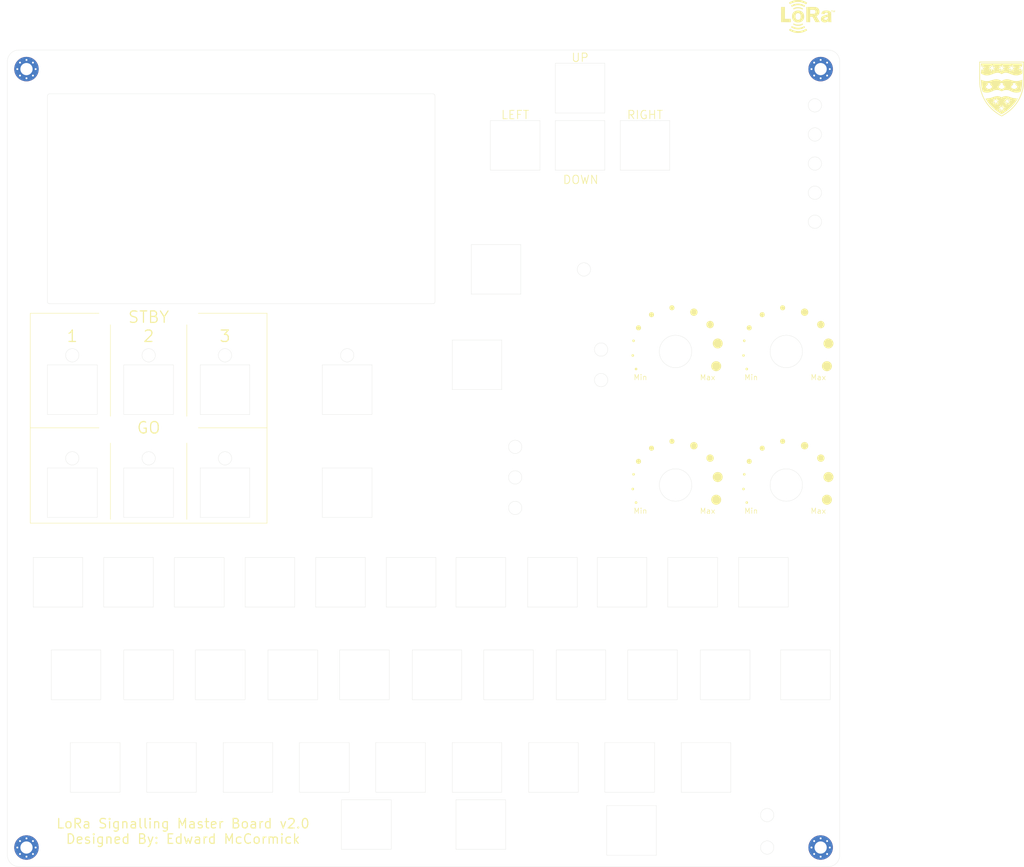
<source format=kicad_pcb>
(kicad_pcb (version 20171130) (host pcbnew "(5.1.8)-1")

  (general
    (thickness 1.6)
    (drawings 304)
    (tracks 0)
    (zones 0)
    (modules 6)
    (nets 2)
  )

  (page A3)
  (title_block
    (date 2021-02-02)
  )

  (layers
    (0 F.Cu signal)
    (31 B.Cu signal)
    (32 B.Adhes user)
    (33 F.Adhes user)
    (34 B.Paste user)
    (35 F.Paste user)
    (36 B.SilkS user)
    (37 F.SilkS user)
    (38 B.Mask user)
    (39 F.Mask user)
    (40 Dwgs.User user)
    (41 Cmts.User user)
    (42 Eco1.User user)
    (43 Eco2.User user)
    (44 Edge.Cuts user)
    (45 Margin user)
    (46 B.CrtYd user)
    (47 F.CrtYd user)
    (48 B.Fab user)
    (49 F.Fab user)
  )

  (setup
    (last_trace_width 0.25)
    (user_trace_width 0.2921)
    (user_trace_width 0.4)
    (user_trace_width 0.5)
    (user_trace_width 0.7)
    (user_trace_width 1)
    (trace_clearance 0.2)
    (zone_clearance 0.508)
    (zone_45_only no)
    (trace_min 0.2)
    (via_size 0.8)
    (via_drill 0.4)
    (via_min_size 0.4)
    (via_min_drill 0.3)
    (user_via 1 0.5)
    (user_via 2 1)
    (uvia_size 0.3)
    (uvia_drill 0.1)
    (uvias_allowed no)
    (uvia_min_size 0.2)
    (uvia_min_drill 0.1)
    (edge_width 0.05)
    (segment_width 0.2)
    (pcb_text_width 0.3)
    (pcb_text_size 1.5 1.5)
    (mod_edge_width 0.12)
    (mod_text_size 1 1)
    (mod_text_width 0.15)
    (pad_size 1.524 1.524)
    (pad_drill 0.762)
    (pad_to_mask_clearance 0)
    (solder_mask_min_width 0.05)
    (aux_axis_origin 0 0)
    (visible_elements 7FFFFFFF)
    (pcbplotparams
      (layerselection 0x010fc_ffffffff)
      (usegerberextensions false)
      (usegerberattributes true)
      (usegerberadvancedattributes true)
      (creategerberjobfile true)
      (excludeedgelayer true)
      (linewidth 0.100000)
      (plotframeref false)
      (viasonmask false)
      (mode 1)
      (useauxorigin false)
      (hpglpennumber 1)
      (hpglpenspeed 20)
      (hpglpendiameter 15.000000)
      (psnegative false)
      (psa4output false)
      (plotreference true)
      (plotvalue true)
      (plotinvisibletext false)
      (padsonsilk false)
      (subtractmaskfromsilk false)
      (outputformat 1)
      (mirror false)
      (drillshape 0)
      (scaleselection 1)
      (outputdirectory "./"))
  )

  (net 0 "")
  (net 1 GND)

  (net_class Default "This is the default net class."
    (clearance 0.2)
    (trace_width 0.25)
    (via_dia 0.8)
    (via_drill 0.4)
    (uvia_dia 0.3)
    (uvia_drill 0.1)
    (add_net GND)
  )

  (net_class 5V ""
    (clearance 0.2)
    (trace_width 0.75)
    (via_dia 1)
    (via_drill 0.5)
    (uvia_dia 0.3)
    (uvia_drill 0.1)
  )

  (net_class 5VL ""
    (clearance 0.2)
    (trace_width 0.75)
    (via_dia 1)
    (via_drill 0.5)
    (uvia_dia 0.3)
    (uvia_drill 0.1)
  )

  (net_class GND ""
    (clearance 0.3)
    (trace_width 0.3)
    (via_dia 1)
    (via_drill 0.5)
    (uvia_dia 0.3)
    (uvia_drill 0.1)
  )

  (module MountingHole:MountingHole_3.2mm_M3_Pad_Via (layer F.Cu) (tedit 56DDBCCA) (tstamp 601C4FF2)
    (at 55 57)
    (descr "Mounting Hole 3.2mm, M3")
    (tags "mounting hole 3.2mm m3")
    (path /6045C3B5)
    (attr virtual)
    (fp_text reference H5 (at 0 0) (layer F.SilkS)
      (effects (font (size 1 1) (thickness 0.15)))
    )
    (fp_text value MountingHole_Pad (at 0 4.2) (layer F.Fab)
      (effects (font (size 1 1) (thickness 0.15)))
    )
    (fp_circle (center 0 0) (end 3.45 0) (layer F.CrtYd) (width 0.05))
    (fp_circle (center 0 0) (end 3.2 0) (layer Cmts.User) (width 0.15))
    (fp_text user %R (at 0.3 0) (layer F.Fab)
      (effects (font (size 1 1) (thickness 0.15)))
    )
    (pad 1 thru_hole circle (at 1.697056 -1.697056) (size 0.8 0.8) (drill 0.5) (layers *.Cu *.Mask)
      (net 1 GND))
    (pad 1 thru_hole circle (at 0 -2.4) (size 0.8 0.8) (drill 0.5) (layers *.Cu *.Mask)
      (net 1 GND))
    (pad 1 thru_hole circle (at -1.697056 -1.697056) (size 0.8 0.8) (drill 0.5) (layers *.Cu *.Mask)
      (net 1 GND))
    (pad 1 thru_hole circle (at -2.4 0) (size 0.8 0.8) (drill 0.5) (layers *.Cu *.Mask)
      (net 1 GND))
    (pad 1 thru_hole circle (at -1.697056 1.697056) (size 0.8 0.8) (drill 0.5) (layers *.Cu *.Mask)
      (net 1 GND))
    (pad 1 thru_hole circle (at 0 2.4) (size 0.8 0.8) (drill 0.5) (layers *.Cu *.Mask)
      (net 1 GND))
    (pad 1 thru_hole circle (at 1.697056 1.697056) (size 0.8 0.8) (drill 0.5) (layers *.Cu *.Mask)
      (net 1 GND))
    (pad 1 thru_hole circle (at 2.4 0) (size 0.8 0.8) (drill 0.5) (layers *.Cu *.Mask)
      (net 1 GND))
    (pad 1 thru_hole circle (at 0 0) (size 6.4 6.4) (drill 3.2) (layers *.Cu *.Mask)
      (net 1 GND))
  )

  (module MountingHole:MountingHole_3.2mm_M3_Pad_Via (layer F.Cu) (tedit 56DDBCCA) (tstamp 601BFFAA)
    (at 263 261)
    (descr "Mounting Hole 3.2mm, M3")
    (tags "mounting hole 3.2mm m3")
    (path /5FF2638D)
    (attr virtual)
    (fp_text reference H3 (at 0 0) (layer F.SilkS)
      (effects (font (size 1 1) (thickness 0.15)))
    )
    (fp_text value MountingHole_Pad (at 0 4.2) (layer F.Fab)
      (effects (font (size 1 1) (thickness 0.15)))
    )
    (fp_circle (center 0 0) (end 3.45 0) (layer F.CrtYd) (width 0.05))
    (fp_circle (center 0 0) (end 3.2 0) (layer Cmts.User) (width 0.15))
    (fp_text user %R (at 0.3 0) (layer F.Fab)
      (effects (font (size 1 1) (thickness 0.15)))
    )
    (pad 1 thru_hole circle (at 1.697056 -1.697056) (size 0.8 0.8) (drill 0.5) (layers *.Cu *.Mask)
      (net 1 GND))
    (pad 1 thru_hole circle (at 0 -2.4) (size 0.8 0.8) (drill 0.5) (layers *.Cu *.Mask)
      (net 1 GND))
    (pad 1 thru_hole circle (at -1.697056 -1.697056) (size 0.8 0.8) (drill 0.5) (layers *.Cu *.Mask)
      (net 1 GND))
    (pad 1 thru_hole circle (at -2.4 0) (size 0.8 0.8) (drill 0.5) (layers *.Cu *.Mask)
      (net 1 GND))
    (pad 1 thru_hole circle (at -1.697056 1.697056) (size 0.8 0.8) (drill 0.5) (layers *.Cu *.Mask)
      (net 1 GND))
    (pad 1 thru_hole circle (at 0 2.4) (size 0.8 0.8) (drill 0.5) (layers *.Cu *.Mask)
      (net 1 GND))
    (pad 1 thru_hole circle (at 1.697056 1.697056) (size 0.8 0.8) (drill 0.5) (layers *.Cu *.Mask)
      (net 1 GND))
    (pad 1 thru_hole circle (at 2.4 0) (size 0.8 0.8) (drill 0.5) (layers *.Cu *.Mask)
      (net 1 GND))
    (pad 1 thru_hole circle (at 0 0) (size 6.4 6.4) (drill 3.2) (layers *.Cu *.Mask)
      (net 1 GND))
  )

  (module MountingHole:MountingHole_3.2mm_M3_Pad_Via (layer F.Cu) (tedit 56DDBCCA) (tstamp 601C4FC2)
    (at 263 57)
    (descr "Mounting Hole 3.2mm, M3")
    (tags "mounting hole 3.2mm m3")
    (path /5FF26180)
    (attr virtual)
    (fp_text reference H2 (at 0 0) (layer F.SilkS)
      (effects (font (size 1 1) (thickness 0.15)))
    )
    (fp_text value MountingHole_Pad (at 0 4.2) (layer F.Fab)
      (effects (font (size 1 1) (thickness 0.15)))
    )
    (fp_circle (center 0 0) (end 3.45 0) (layer F.CrtYd) (width 0.05))
    (fp_circle (center 0 0) (end 3.2 0) (layer Cmts.User) (width 0.15))
    (fp_text user %R (at 0.3 0) (layer F.Fab)
      (effects (font (size 1 1) (thickness 0.15)))
    )
    (pad 1 thru_hole circle (at 1.697056 -1.697056) (size 0.8 0.8) (drill 0.5) (layers *.Cu *.Mask)
      (net 1 GND))
    (pad 1 thru_hole circle (at 0 -2.4) (size 0.8 0.8) (drill 0.5) (layers *.Cu *.Mask)
      (net 1 GND))
    (pad 1 thru_hole circle (at -1.697056 -1.697056) (size 0.8 0.8) (drill 0.5) (layers *.Cu *.Mask)
      (net 1 GND))
    (pad 1 thru_hole circle (at -2.4 0) (size 0.8 0.8) (drill 0.5) (layers *.Cu *.Mask)
      (net 1 GND))
    (pad 1 thru_hole circle (at -1.697056 1.697056) (size 0.8 0.8) (drill 0.5) (layers *.Cu *.Mask)
      (net 1 GND))
    (pad 1 thru_hole circle (at 0 2.4) (size 0.8 0.8) (drill 0.5) (layers *.Cu *.Mask)
      (net 1 GND))
    (pad 1 thru_hole circle (at 1.697056 1.697056) (size 0.8 0.8) (drill 0.5) (layers *.Cu *.Mask)
      (net 1 GND))
    (pad 1 thru_hole circle (at 2.4 0) (size 0.8 0.8) (drill 0.5) (layers *.Cu *.Mask)
      (net 1 GND))
    (pad 1 thru_hole circle (at 0 0) (size 6.4 6.4) (drill 3.2) (layers *.Cu *.Mask)
      (net 1 GND))
  )

  (module MountingHole:MountingHole_3.2mm_M3_Pad_Via (layer F.Cu) (tedit 56DDBCCA) (tstamp 601C327D)
    (at 55 261)
    (descr "Mounting Hole 3.2mm, M3")
    (tags "mounting hole 3.2mm m3")
    (path /5FF23FB6)
    (attr virtual)
    (fp_text reference H1 (at 0 0) (layer F.SilkS)
      (effects (font (size 1 1) (thickness 0.15)))
    )
    (fp_text value MountingHole_Pad (at 0 4.2) (layer F.Fab)
      (effects (font (size 1 1) (thickness 0.15)))
    )
    (fp_circle (center 0 0) (end 3.45 0) (layer F.CrtYd) (width 0.05))
    (fp_circle (center 0 0) (end 3.2 0) (layer Cmts.User) (width 0.15))
    (fp_text user %R (at 0.3 0) (layer F.Fab)
      (effects (font (size 1 1) (thickness 0.15)))
    )
    (pad 1 thru_hole circle (at 1.697056 -1.697056) (size 0.8 0.8) (drill 0.5) (layers *.Cu *.Mask)
      (net 1 GND))
    (pad 1 thru_hole circle (at 0 -2.4) (size 0.8 0.8) (drill 0.5) (layers *.Cu *.Mask)
      (net 1 GND))
    (pad 1 thru_hole circle (at -1.697056 -1.697056) (size 0.8 0.8) (drill 0.5) (layers *.Cu *.Mask)
      (net 1 GND))
    (pad 1 thru_hole circle (at -2.4 0) (size 0.8 0.8) (drill 0.5) (layers *.Cu *.Mask)
      (net 1 GND))
    (pad 1 thru_hole circle (at -1.697056 1.697056) (size 0.8 0.8) (drill 0.5) (layers *.Cu *.Mask)
      (net 1 GND))
    (pad 1 thru_hole circle (at 0 2.4) (size 0.8 0.8) (drill 0.5) (layers *.Cu *.Mask)
      (net 1 GND))
    (pad 1 thru_hole circle (at 1.697056 1.697056) (size 0.8 0.8) (drill 0.5) (layers *.Cu *.Mask)
      (net 1 GND))
    (pad 1 thru_hole circle (at 2.4 0) (size 0.8 0.8) (drill 0.5) (layers *.Cu *.Mask)
      (net 1 GND))
    (pad 1 thru_hole circle (at 0 0) (size 6.4 6.4) (drill 3.2) (layers *.Cu *.Mask)
      (net 1 GND))
  )

  (module "Testimages:Uni Logo 19.5x19.5" (layer F.Cu) (tedit 0) (tstamp 601F0A67)
    (at 310.4 61)
    (fp_text reference G*** (at 9 -6) (layer F.SilkS) hide
      (effects (font (size 1.524 1.524) (thickness 0.3)))
    )
    (fp_text value LOGO (at 9.5 -3.75) (layer F.SilkS) hide
      (effects (font (size 1.524 1.524) (thickness 0.3)))
    )
    (fp_poly (pts (xy 5.42925 -5.318125) (xy 5.426594 -5.217391) (xy 5.414849 -5.164912) (xy 5.388349 -5.145539)
      (xy 5.363949 -5.1435) (xy 5.320172 -5.138789) (xy 5.321698 -5.113162) (xy 5.348074 -5.072936)
      (xy 5.391979 -4.96633) (xy 5.385411 -4.859003) (xy 5.346856 -4.790915) (xy 5.302891 -4.72368)
      (xy 5.260862 -4.631434) (xy 5.255464 -4.616426) (xy 5.214716 -4.497898) (xy 5.13942 -4.578621)
      (xy 5.061236 -4.663436) (xy 4.989355 -4.742672) (xy 4.893094 -4.806686) (xy 4.771634 -4.829181)
      (xy 4.648797 -4.809005) (xy 4.567579 -4.763095) (xy 4.492625 -4.70019) (xy 4.588376 -4.717952)
      (xy 4.676438 -4.711896) (xy 4.76514 -4.672758) (xy 4.832776 -4.613877) (xy 4.857749 -4.552378)
      (xy 4.878782 -4.500128) (xy 4.930338 -4.433324) (xy 4.939578 -4.423786) (xy 4.988794 -4.363488)
      (xy 4.99118 -4.320634) (xy 4.941671 -4.289453) (xy 4.835202 -4.264174) (xy 4.793335 -4.257184)
      (xy 4.642324 -4.209413) (xy 4.538111 -4.124883) (xy 4.485251 -4.00978) (xy 4.488296 -3.870287)
      (xy 4.493302 -3.849688) (xy 4.516738 -3.762375) (xy 4.542166 -3.851718) (xy 4.582582 -3.952979)
      (xy 4.642295 -4.008522) (xy 4.738376 -4.03029) (xy 4.800224 -4.03225) (xy 4.905001 -4.038396)
      (xy 4.990293 -4.053956) (xy 5.015413 -4.063419) (xy 5.070127 -4.074706) (xy 5.092359 -4.036894)
      (xy 5.081263 -3.955943) (xy 5.044708 -3.857014) (xy 5.000352 -3.709031) (xy 5.012152 -3.585356)
      (xy 5.081467 -3.478218) (xy 5.11652 -3.445734) (xy 5.191744 -3.391568) (xy 5.248538 -3.365968)
      (xy 5.27655 -3.369834) (xy 5.26543 -3.404068) (xy 5.239986 -3.434987) (xy 5.195418 -3.492935)
      (xy 5.179686 -3.551613) (xy 5.193811 -3.627127) (xy 5.238812 -3.735579) (xy 5.262135 -3.78448)
      (xy 5.314554 -3.886656) (xy 5.354899 -3.947787) (xy 5.384699 -3.964404) (xy 5.405481 -3.933039)
      (xy 5.418771 -3.850223) (xy 5.426098 -3.712487) (xy 5.428989 -3.516363) (xy 5.42925 -3.404957)
      (xy 5.42925 -2.841163) (xy 5.288594 -2.756204) (xy 4.914968 -2.566541) (xy 4.523454 -2.436948)
      (xy 4.117142 -2.367562) (xy 3.699123 -2.35852) (xy 3.272487 -2.409957) (xy 2.840324 -2.52201)
      (xy 2.54 -2.634963) (xy 2.302177 -2.735225) (xy 2.112705 -2.813387) (xy 1.961851 -2.873008)
      (xy 1.839879 -2.917648) (xy 1.737057 -2.950869) (xy 1.643651 -2.97623) (xy 1.549928 -2.997291)
      (xy 1.548687 -2.997547) (xy 1.194236 -3.044327) (xy 0.864377 -3.033379) (xy 0.559956 -2.964855)
      (xy 0.281821 -2.838908) (xy 0.137055 -2.742749) (xy 0.068226 -2.694619) (xy 0.021951 -2.668537)
      (xy 0.015875 -2.667) (xy -0.020078 -2.684369) (xy -0.08466 -2.727581) (xy -0.105306 -2.742749)
      (xy -0.367656 -2.900596) (xy -0.656184 -3.001494) (xy -0.968816 -3.04536) (xy -1.303475 -3.032113)
      (xy -1.658086 -2.961671) (xy -2.030573 -2.83395) (xy -2.06375 -2.82013) (xy -2.463031 -2.659046)
      (xy -2.818382 -2.532952) (xy -3.137908 -2.440441) (xy -3.429712 -2.380103) (xy -3.701897 -2.35053)
      (xy -3.962567 -2.350313) (xy -4.219825 -2.378043) (xy -4.402966 -2.413499) (xy -4.674265 -2.491527)
      (xy -4.954605 -2.601221) (xy -5.211054 -2.729364) (xy -5.256845 -2.756204) (xy -5.3975 -2.841163)
      (xy -5.3975 -3.121346) (xy -5.396755 -3.254724) (xy -5.392542 -3.335937) (xy -5.381891 -3.376318)
      (xy -5.361837 -3.387201) (xy -5.329759 -3.380029) (xy -5.284363 -3.368645) (xy -5.283144 -3.386187)
      (xy -5.313884 -3.432579) (xy -5.360464 -3.548924) (xy -5.346257 -3.669186) (xy -5.30225 -3.7465)
      (xy -5.257186 -3.82599) (xy -5.239456 -3.897313) (xy -5.221241 -3.957423) (xy -5.175674 -3.969908)
      (xy -5.113852 -3.937676) (xy -5.046877 -3.863637) (xy -5.033352 -3.843298) (xy -4.961318 -3.752356)
      (xy -4.880719 -3.706313) (xy -4.842663 -3.696928) (xy -4.686712 -3.690885) (xy -4.55699 -3.738882)
      (xy -4.524375 -3.761968) (xy -4.48188 -3.798547) (xy -4.494126 -3.809033) (xy -4.54025 -3.807458)
      (xy -4.657027 -3.804997) (xy -4.7313 -3.821305) (xy -4.783589 -3.867353) (xy -4.811867 -3.91563)
      (xy -3.269008 -3.91563) (xy -3.267765 -3.762375) (xy -3.226248 -3.857638) (xy -3.164118 -3.963328)
      (xy -3.082896 -4.019924) (xy -2.965742 -4.037311) (xy -2.921726 -4.036388) (xy -2.827781 -4.038684)
      (xy -2.762281 -4.052432) (xy -2.746947 -4.063075) (xy -2.70895 -4.082869) (xy -2.696557 -4.07852)
      (xy -2.670248 -4.029665) (xy -2.672778 -3.952206) (xy -2.702089 -3.873014) (xy -2.713616 -3.855756)
      (xy -2.758918 -3.747848) (xy -2.754084 -3.626868) (xy -2.704195 -3.511102) (xy -2.614332 -3.418834)
      (xy -2.587625 -3.402352) (xy -2.516158 -3.370349) (xy -2.490233 -3.375677) (xy -2.513516 -3.416881)
      (xy -2.523173 -3.427948) (xy -2.572846 -3.526297) (xy -2.566643 -3.640565) (xy -2.512219 -3.747923)
      (xy -2.466093 -3.827923) (xy -2.444901 -3.899421) (xy -2.44475 -3.903965) (xy -2.426901 -3.959817)
      (xy -2.38122 -3.969539) (xy -2.319504 -3.936616) (xy -2.253554 -3.864533) (xy -2.239352 -3.843298)
      (xy -2.167318 -3.752356) (xy -2.086719 -3.706313) (xy -2.048663 -3.696928) (xy -1.892712 -3.690885)
      (xy -1.76299 -3.738882) (xy -1.730375 -3.761968) (xy -1.68788 -3.798547) (xy -1.700126 -3.809033)
      (xy -1.74625 -3.807458) (xy -1.863027 -3.804997) (xy -1.9373 -3.821305) (xy -1.989589 -3.867353)
      (xy -2.040409 -3.954112) (xy -2.047875 -3.96875) (xy -2.104521 -4.062724) (xy -2.156786 -4.118228)
      (xy -2.180331 -4.1275) (xy -2.212825 -4.133052) (xy -2.202026 -4.159573) (xy -2.174875 -4.191)
      (xy -2.088129 -4.24312) (xy -2.009117 -4.2545) (xy -1.860338 -4.276807) (xy -1.756931 -4.343471)
      (xy -1.699284 -4.454109) (xy -1.68635 -4.572) (xy -1.687705 -4.694575) (xy -0.777875 -4.694575)
      (xy -0.687863 -4.713945) (xy -0.576245 -4.720934) (xy -0.49183 -4.680996) (xy -0.420738 -4.5866)
      (xy -0.407578 -4.561862) (xy -0.355769 -4.472819) (xy -0.305107 -4.404998) (xy -0.289048 -4.389545)
      (xy -0.256685 -4.355417) (xy -0.273319 -4.323804) (xy -0.299756 -4.302125) (xy -0.374957 -4.268353)
      (xy -0.467561 -4.2545) (xy -0.567931 -4.238798) (xy -0.651701 -4.203415) (xy -0.721 -4.125861)
      (xy -0.765864 -4.015085) (xy -0.777589 -3.899389) (xy -0.76429 -3.837328) (xy -0.742313 -3.788384)
      (xy -0.733957 -3.796624) (xy -0.732263 -3.826748) (xy -0.712738 -3.901975) (xy -0.680825 -3.961686)
      (xy -0.640849 -4.003281) (xy -0.582981 -4.024699) (xy -0.4875 -4.031943) (xy -0.44905 -4.03225)
      (xy -0.342969 -4.038358) (xy -0.260984 -4.054109) (xy -0.229641 -4.06931) (xy -0.192262 -4.08589)
      (xy -0.171631 -4.055597) (xy -0.170006 -3.993379) (xy -0.189645 -3.914187) (xy -0.201871 -3.885412)
      (xy -0.251206 -3.727689) (xy -0.241124 -3.58815) (xy -0.171876 -3.469446) (xy -0.161193 -3.458308)
      (xy -0.09037 -3.399445) (xy -0.028596 -3.36744) (xy -0.016013 -3.3655) (xy 0.013691 -3.372423)
      (xy 0.004998 -3.402153) (xy -0.031241 -3.451439) (xy -0.078821 -3.550057) (xy -0.067547 -3.655234)
      (xy 0.001968 -3.772089) (xy 0.046251 -3.846592) (xy 0.0635 -3.909532) (xy 0.084159 -3.958227)
      (xy 0.132975 -3.964044) (xy 0.190208 -3.925793) (xy 0.197185 -3.917586) (xy 0.294511 -3.802613)
      (xy 0.371369 -3.7316) (xy 0.441474 -3.694987) (xy 0.51854 -3.683218) (xy 0.53379 -3.683)
      (xy 0.65447 -3.702198) (xy 0.734213 -3.743325) (xy 0.808711 -3.80365) (xy 0.683444 -3.80365)
      (xy 0.573889 -3.8256) (xy 0.489338 -3.882875) (xy 0.480067 -3.900198) (xy 1.811779 -3.900198)
      (xy 1.829852 -3.837233) (xy 1.8415 -3.825875) (xy 1.86712 -3.834897) (xy 1.87325 -3.866706)
      (xy 1.895596 -3.940246) (xy 1.966039 -3.992873) (xy 2.089686 -4.027208) (xy 2.214562 -4.04208)
      (xy 2.346907 -4.048488) (xy 2.422435 -4.03748) (xy 2.446921 -4.002347) (xy 2.426136 -3.936382)
      (xy 2.377936 -3.852264) (xy 2.32919 -3.721316) (xy 2.342224 -3.593497) (xy 2.415552 -3.477375)
      (xy 2.448265 -3.446789) (xy 2.525098 -3.391696) (xy 2.584157 -3.365304) (xy 2.615132 -3.368237)
      (xy 2.60771 -3.40112) (xy 2.577284 -3.438984) (xy 2.520227 -3.526062) (xy 2.517803 -3.616321)
      (xy 2.570434 -3.722291) (xy 2.587625 -3.7465) (xy 2.637905 -3.827705) (xy 2.665306 -3.897352)
      (xy 2.667 -3.911419) (xy 2.680486 -3.960053) (xy 2.72232 -3.957619) (xy 2.794563 -3.90323)
      (xy 2.875784 -3.821555) (xy 2.953247 -3.741508) (xy 3.009484 -3.699173) (xy 3.065566 -3.684895)
      (xy 3.142563 -3.689023) (xy 3.160701 -3.691024) (xy 3.260995 -3.711598) (xy 3.339748 -3.743817)
      (xy 3.358962 -3.758105) (xy 3.385715 -3.790718) (xy 3.370054 -3.803876) (xy 3.302008 -3.804473)
      (xy 3.292426 -3.804126) (xy 3.187753 -3.819425) (xy 3.101678 -3.865518) (xy 3.052889 -3.930546)
      (xy 3.048 -3.95924) (xy 3.027031 -4.009406) (xy 2.975479 -4.075532) (xy 2.964627 -4.086759)
      (xy 2.91232 -4.143239) (xy 2.902322 -4.176353) (xy 2.930545 -4.206089) (xy 2.938946 -4.212316)
      (xy 3.008851 -4.240671) (xy 3.103608 -4.25429) (xy 3.115797 -4.2545) (xy 3.251268 -4.280938)
      (xy 3.349929 -4.358119) (xy 3.408477 -4.482848) (xy 3.420377 -4.549236) (xy 3.424989 -4.652974)
      (xy 3.408661 -4.697193) (xy 3.401379 -4.699) (xy 3.371472 -4.672685) (xy 3.3655 -4.640421)
      (xy 3.340866 -4.564219) (xy 3.264569 -4.511225) (xy 3.133012 -4.479567) (xy 3.040062 -4.470822)
      (xy 2.915291 -4.466981) (xy 2.84595 -4.480852) (xy 2.824442 -4.522414) (xy 2.843167 -4.601645)
      (xy 2.876479 -4.685659) (xy 2.905418 -4.820728) (xy 2.885527 -4.950834) (xy 2.82131 -5.057184)
      (xy 2.779017 -5.092371) (xy 2.700014 -5.135366) (xy 2.659508 -5.138578) (xy 2.662736 -5.103045)
      (xy 2.681074 -5.072936) (xy 2.726403 -4.959425) (xy 2.709641 -4.842881) (xy 2.667 -4.771164)
      (xy 2.621479 -4.690997) (xy 2.6035 -4.617218) (xy 2.594424 -4.545908) (xy 2.564926 -4.522237)
      (xy 2.511598 -4.547753) (xy 2.431032 -4.624008) (xy 2.328089 -4.742527) (xy 2.238956 -4.805138)
      (xy 2.121679 -4.829602) (xy 1.999707 -4.814791) (xy 1.900579 -4.763095) (xy 1.825625 -4.70019)
      (xy 1.921376 -4.717952) (xy 2.006884 -4.712137) (xy 2.094922 -4.674821) (xy 2.163529 -4.619008)
      (xy 2.19075 -4.558457) (xy 2.210874 -4.510269) (xy 2.260597 -4.442926) (xy 2.273841 -4.428116)
      (xy 2.32543 -4.368265) (xy 2.336195 -4.333624) (xy 2.310017 -4.304308) (xy 2.299523 -4.29648)
      (xy 2.228831 -4.2674) (xy 2.135318 -4.253894) (xy 2.129119 -4.253795) (xy 1.995032 -4.223256)
      (xy 1.887473 -4.138554) (xy 1.845216 -4.074025) (xy 1.817028 -3.987656) (xy 1.811779 -3.900198)
      (xy 0.480067 -3.900198) (xy 0.446658 -3.962616) (xy 0.4445 -3.985838) (xy 0.42146 -4.03221)
      (xy 0.365209 -4.089843) (xy 0.357395 -4.096158) (xy 0.301446 -4.143716) (xy 0.291698 -4.172921)
      (xy 0.32365 -4.203652) (xy 0.331714 -4.209587) (xy 0.403779 -4.239399) (xy 0.50081 -4.254158)
      (xy 0.51651 -4.2545) (xy 0.64984 -4.282542) (xy 0.75126 -4.359984) (xy 0.811245 -4.476805)
      (xy 0.823469 -4.577496) (xy 0.821438 -4.714875) (xy 0.769632 -4.610734) (xy 0.735821 -4.553024)
      (xy 0.694016 -4.515354) (xy 0.629762 -4.492061) (xy 0.528604 -4.477484) (xy 0.404812 -4.467853)
      (xy 0.289467 -4.466643) (xy 0.230171 -4.487829) (xy 0.221107 -4.539497) (xy 0.256457 -4.629733)
      (xy 0.269679 -4.655684) (xy 0.315689 -4.799248) (xy 0.301172 -4.932303) (xy 0.22685 -5.048517)
      (xy 0.224692 -5.050693) (xy 0.154005 -5.109542) (xy 0.092525 -5.141553) (xy 0.080016 -5.1435)
      (xy 0.046449 -5.137971) (xy 0.052891 -5.110092) (xy 0.077574 -5.072936) (xy 0.121353 -4.971664)
      (xy 0.111049 -4.862032) (xy 0.045636 -4.733443) (xy 0.044618 -4.731902) (xy -0.000309 -4.652187)
      (xy -0.020292 -4.592009) (xy -0.018364 -4.576027) (xy -0.021185 -4.533541) (xy -0.030966 -4.52486)
      (xy -0.05133 -4.521231) (xy -0.081283 -4.537972) (xy -0.129076 -4.582561) (xy -0.202957 -4.662475)
      (xy -0.28437 -4.754563) (xy -0.370159 -4.809313) (xy -0.484637 -4.828848) (xy -0.603431 -4.812837)
      (xy -0.702168 -4.760944) (xy -0.702921 -4.760288) (xy -0.777875 -4.694575) (xy -1.687705 -4.694575)
      (xy -1.68793 -4.714875) (xy -1.732792 -4.612336) (xy -1.762005 -4.556869) (xy -1.800571 -4.519781)
      (xy -1.862105 -4.495666) (xy -1.960224 -4.479116) (xy -2.103438 -4.46516) (xy -2.2187 -4.461919)
      (xy -2.27787 -4.481455) (xy -2.286303 -4.530528) (xy -2.249353 -4.615896) (xy -2.238375 -4.6355)
      (xy -2.192777 -4.771128) (xy -2.201892 -4.908321) (xy -2.263741 -5.028878) (xy -2.283558 -5.050693)
      (xy -2.354381 -5.109556) (xy -2.416155 -5.141561) (xy -2.428738 -5.1435) (xy -2.458911 -5.136817)
      (xy -2.450469 -5.10759) (xy -2.415305 -5.059844) (xy -2.365026 -4.982252) (xy -2.355502 -4.914068)
      (xy -2.387727 -4.833969) (xy -2.428875 -4.769321) (xy -2.477965 -4.684978) (xy -2.505845 -4.613617)
      (xy -2.50825 -4.59638) (xy -2.523958 -4.547352) (xy -2.571021 -4.553456) (xy -2.649353 -4.614655)
      (xy -2.716228 -4.683125) (xy -2.797288 -4.76511) (xy -2.861348 -4.808279) (xy -2.929799 -4.824399)
      (xy -2.975934 -4.826) (xy -3.109091 -4.803026) (xy -3.179421 -4.762016) (xy -3.254375 -4.698031)
      (xy -3.166832 -4.717891) (xy -3.080668 -4.716339) (xy -2.996302 -4.683554) (xy -2.936352 -4.631464)
      (xy -2.921 -4.588248) (xy -2.901283 -4.537868) (xy -2.851678 -4.465157) (xy -2.826597 -4.434941)
      (xy -2.732194 -4.327422) (xy -2.812216 -4.290961) (xy -2.905866 -4.263444) (xy -2.988437 -4.2545)
      (xy -3.099568 -4.22284) (xy -3.177443 -4.161693) (xy -3.237291 -4.08952) (xy -3.263954 -4.013053)
      (xy -3.269008 -3.91563) (xy -4.811867 -3.91563) (xy -4.834409 -3.954112) (xy -4.841875 -3.96875)
      (xy -4.891037 -4.05565) (xy -4.933483 -4.113312) (xy -4.953535 -4.1275) (xy -4.982602 -4.148142)
      (xy -4.978055 -4.191624) (xy -4.944776 -4.230286) (xy -4.934529 -4.235229) (xy -4.868323 -4.248787)
      (xy -4.779097 -4.2545) (xy -4.778215 -4.2545) (xy -4.656171 -4.281915) (xy -4.554248 -4.354196)
      (xy -4.483598 -4.456397) (xy -4.455373 -4.573571) (xy -4.470433 -4.66697) (xy -4.490355 -4.714635)
      (xy -4.502825 -4.709622) (xy -4.517276 -4.647183) (xy -4.518121 -4.642961) (xy -4.541827 -4.572018)
      (xy -4.587161 -4.524464) (xy -4.666244 -4.494222) (xy -4.791201 -4.475214) (xy -4.865688 -4.468702)
      (xy -4.979149 -4.461349) (xy -5.043269 -4.46335) (xy -5.071923 -4.478051) (xy -5.078984 -4.508792)
      (xy -5.078991 -4.520094) (xy -5.059154 -4.599791) (xy -5.031366 -4.649506) (xy -4.986733 -4.756791)
      (xy -4.989278 -4.880868) (xy -5.036396 -4.999112) (xy -5.077558 -5.050693) (xy -5.148381 -5.109556)
      (xy -5.210155 -5.141561) (xy -5.222738 -5.1435) (xy -5.252911 -5.136817) (xy -5.244469 -5.10759)
      (xy -5.209305 -5.059844) (xy -5.160218 -4.986821) (xy -5.149132 -4.9253) (xy -5.177118 -4.853287)
      (xy -5.222875 -4.781396) (xy -5.272521 -4.691215) (xy -5.300191 -4.607898) (xy -5.30225 -4.587462)
      (xy -5.313548 -4.532018) (xy -5.349875 -4.528769) (xy -5.368761 -4.545963) (xy -5.382069 -4.586759)
      (xy -5.390685 -4.660264) (xy -5.395491 -4.775585) (xy -5.39737 -4.941829) (xy -5.3975 -5.019897)
      (xy -5.3975 -5.49275) (xy 5.42925 -5.49275) (xy 5.42925 -5.318125)) (layer F.SilkS) (width 0.01))
    (fp_poly (pts (xy 1.552767 -1.325401) (xy 1.759538 -1.299505) (xy 1.987384 -1.253418) (xy 2.247937 -1.184747)
      (xy 2.552825 -1.091096) (xy 2.587625 -1.079801) (xy 2.793714 -1.013342) (xy 2.954447 -0.964097)
      (xy 3.084549 -0.92873) (xy 3.198746 -0.903903) (xy 3.311763 -0.88628) (xy 3.438328 -0.872525)
      (xy 3.542551 -0.863438) (xy 3.924925 -0.852502) (xy 4.306371 -0.880672) (xy 4.672387 -0.945536)
      (xy 5.008475 -1.044682) (xy 5.245422 -1.14674) (xy 5.325607 -1.184241) (xy 5.382214 -1.205023)
      (xy 5.391332 -1.2065) (xy 5.400934 -1.176565) (xy 5.406804 -1.093766) (xy 5.409174 -0.968618)
      (xy 5.408272 -0.811635) (xy 5.404331 -0.63333) (xy 5.397581 -0.444216) (xy 5.388251 -0.254808)
      (xy 5.376574 -0.075618) (xy 5.363132 0.079375) (xy 5.340448 0.2681) (xy 5.308907 0.480963)
      (xy 5.270507 0.708514) (xy 5.227249 0.941306) (xy 5.18113 1.169887) (xy 5.134151 1.38481)
      (xy 5.08831 1.576625) (xy 5.045608 1.735882) (xy 5.008044 1.853134) (xy 4.977617 1.918929)
      (xy 4.972601 1.925045) (xy 4.916114 1.958495) (xy 4.813089 1.999026) (xy 4.679356 2.041779)
      (xy 4.530745 2.081896) (xy 4.383084 2.114517) (xy 4.318 2.125959) (xy 3.912845 2.161284)
      (xy 3.508205 2.138305) (xy 3.099511 2.0562) (xy 2.682193 1.914149) (xy 2.38125 1.777989)
      (xy 2.157043 1.670229) (xy 1.971117 1.591072) (xy 1.807372 1.536329) (xy 1.649712 1.501809)
      (xy 1.482039 1.483324) (xy 1.288254 1.476683) (xy 1.222375 1.476375) (xy 1.044329 1.477883)
      (xy 0.903155 1.485023) (xy 0.782229 1.501718) (xy 0.664927 1.531891) (xy 0.534628 1.579463)
      (xy 0.374707 1.648359) (xy 0.246492 1.706667) (xy 0.00086 1.819359) (xy -0.282905 1.687516)
      (xy -0.508893 1.589123) (xy -0.7028 1.522278) (xy -0.884962 1.482686) (xy -1.075714 1.46605)
      (xy -1.295391 1.468072) (xy -1.317022 1.469011) (xy -1.519755 1.484242) (xy -1.701647 1.51324)
      (xy -1.879292 1.560859) (xy -2.069285 1.631953) (xy -2.28822 1.731376) (xy -2.397125 1.784911)
      (xy -2.704033 1.922927) (xy -3.012706 2.033196) (xy -3.302925 2.108823) (xy -3.39725 2.125967)
      (xy -3.572914 2.1448) (xy -3.780262 2.153493) (xy -3.994977 2.152136) (xy -4.192743 2.140814)
      (xy -4.333875 2.1226) (xy -4.462442 2.094267) (xy -4.602465 2.056154) (xy -4.737389 2.013641)
      (xy -4.850653 1.972105) (xy -4.9257 1.936923) (xy -4.942141 1.925045) (xy -4.973355 1.869082)
      (xy -5.012017 1.759849) (xy -5.055984 1.606846) (xy -5.103116 1.419574) (xy -5.151271 1.207534)
      (xy -5.198306 0.980228) (xy -5.24208 0.747157) (xy -5.250537 0.696606) (xy -4.1313 0.696606)
      (xy -4.097114 0.777377) (xy -4.023144 0.868903) (xy -3.947447 0.946076) (xy -3.848206 1.039047)
      (xy -3.774459 1.093496) (xy -3.710283 1.119034) (xy -3.650683 1.1252) (xy -3.560688 1.135948)
      (xy -3.494548 1.159703) (xy -3.489424 1.163395) (xy -3.420363 1.202071) (xy -3.381375 1.215275)
      (xy -3.325827 1.229555) (xy -3.308918 1.234566) (xy -3.277315 1.225105) (xy -3.209161 1.196985)
      (xy -3.181918 1.184872) (xy -3.075388 1.147686) (xy -2.969686 1.126791) (xy -2.957564 1.125878)
      (xy -2.874148 1.106621) (xy -2.792547 1.050668) (xy -2.731045 0.988756) (xy -2.659785 0.916514)
      (xy -2.602654 0.868749) (xy -2.57927 0.85725) (xy -2.546663 0.830962) (xy -2.510437 0.767167)
      (xy -2.50825 0.762) (xy -2.488062 0.681661) (xy -2.496649 0.620844) (xy -0.812043 0.620844)
      (xy -0.809084 0.738929) (xy -0.761325 0.838677) (xy -0.678457 0.900869) (xy -0.66922 0.904091)
      (xy -0.609187 0.945291) (xy -0.58904 0.979004) (xy -0.542233 1.043155) (xy -0.460543 1.097705)
      (xy -0.371032 1.128118) (xy -0.314846 1.126282) (xy -0.233415 1.130111) (xy -0.196163 1.152735)
      (xy -0.122963 1.199156) (xy -0.079375 1.215414) (xy -0.023816 1.229583) (xy -0.006918 1.234566)
      (xy 0.024685 1.225105) (xy 0.092839 1.196985) (xy 0.120082 1.184872) (xy 0.227047 1.147645)
      (xy 0.333579 1.126751) (xy 0.345632 1.125854) (xy 0.437714 1.103196) (xy 0.531369 1.038443)
      (xy 0.57517 0.996669) (xy 0.657374 0.915175) (xy 0.731623 0.844416) (xy 0.76135 0.817562)
      (xy 0.813934 0.733956) (xy 0.819911 0.696178) (xy 2.486049 0.696178) (xy 2.504457 0.77951)
      (xy 2.538134 0.840338) (xy 2.569591 0.85725) (xy 2.606335 0.878343) (xy 2.671802 0.933415)
      (xy 2.745022 1.003802) (xy 2.833532 1.086975) (xy 2.898287 1.12853) (xy 2.954245 1.137181)
      (xy 2.970149 1.134937) (xy 3.05225 1.13936) (xy 3.15032 1.170785) (xy 3.167247 1.17889)
      (xy 3.275437 1.217618) (xy 3.374474 1.209426) (xy 3.486009 1.153888) (xy 3.562414 1.125725)
      (xy 3.61936 1.12708) (xy 3.69916 1.124993) (xy 3.789794 1.087145) (xy 3.863436 1.028153)
      (xy 3.888999 0.985432) (xy 3.931167 0.925927) (xy 3.993698 0.881822) (xy 4.078163 0.808936)
      (xy 4.120156 0.701564) (xy 4.11456 0.587765) (xy 4.09805 0.540105) (xy 4.068286 0.490578)
      (xy 4.017608 0.430731) (xy 3.938356 0.352111) (xy 3.822871 0.246266) (xy 3.730625 0.164068)
      (xy 3.540125 -0.004697) (xy 3.663652 -0.109281) (xy 3.733072 -0.177987) (xy 3.765905 -0.231933)
      (xy 3.764966 -0.249808) (xy 3.722538 -0.270922) (xy 3.639946 -0.283848) (xy 3.589763 -0.28575)
      (xy 3.471365 -0.297039) (xy 3.401279 -0.329005) (xy 3.39725 -0.333375) (xy 3.335819 -0.374074)
      (xy 3.30038 -0.381) (xy 3.231136 -0.359578) (xy 3.19541 -0.333375) (xy 3.129283 -0.301075)
      (xy 3.025067 -0.286128) (xy 3.004516 -0.28575) (xy 2.914284 -0.279562) (xy 2.853624 -0.263948)
      (xy 2.842471 -0.25537) (xy 2.85296 -0.218512) (xy 2.90019 -0.156961) (xy 2.943784 -0.112687)
      (xy 3.063875 -0.000386) (xy 2.788156 0.261744) (xy 2.659546 0.390187) (xy 2.562355 0.50001)
      (xy 2.503661 0.58285) (xy 2.490439 0.613528) (xy 2.486049 0.696178) (xy 0.819911 0.696178)
      (xy 0.825824 0.658812) (xy 0.820184 0.609741) (xy 0.798015 0.558937) (xy 0.751934 0.496727)
      (xy 0.674557 0.413437) (xy 0.558498 0.299393) (xy 0.532185 0.274139) (xy 0.238221 -0.007346)
      (xy 0.360299 -0.112874) (xy 0.425981 -0.178873) (xy 0.460699 -0.232483) (xy 0.461564 -0.252076)
      (xy 0.420023 -0.271842) (xy 0.338053 -0.283955) (xy 0.287763 -0.28575) (xy 0.169365 -0.297039)
      (xy 0.099279 -0.329005) (xy 0.09525 -0.333375) (xy 0.033039 -0.372109) (xy -0.015875 -0.381)
      (xy -0.090704 -0.361003) (xy -0.127 -0.333375) (xy -0.188785 -0.299942) (xy -0.291861 -0.285877)
      (xy -0.303639 -0.28575) (xy -0.392448 -0.278573) (xy -0.45189 -0.260557) (xy -0.461565 -0.252076)
      (xy -0.451731 -0.213931) (xy -0.403905 -0.152881) (xy -0.360251 -0.110667) (xy -0.238125 -0.002934)
      (xy -0.514796 0.254112) (xy -0.644083 0.378137) (xy -0.731177 0.47234) (xy -0.783763 0.5462)
      (xy -0.809524 0.609197) (xy -0.812043 0.620844) (xy -2.496649 0.620844) (xy -2.499461 0.600934)
      (xy -2.547309 0.511388) (xy -2.636466 0.404592) (xy -2.771795 0.272117) (xy -2.811959 0.235315)
      (xy -3.075533 -0.003976) (xy -2.950905 -0.11657) (xy -2.884272 -0.184345) (xy -2.846754 -0.2377)
      (xy -2.843762 -0.257458) (xy -2.883205 -0.274033) (xy -2.963694 -0.284216) (xy -3.014237 -0.28575)
      (xy -3.132635 -0.297039) (xy -3.202721 -0.329005) (xy -3.20675 -0.333375) (xy -3.268961 -0.372109)
      (xy -3.317875 -0.381) (xy -3.392704 -0.361003) (xy -3.429 -0.333375) (xy -3.493708 -0.29939)
      (xy -3.608867 -0.285877) (xy -3.623388 -0.28575) (xy -3.72838 -0.276974) (xy -3.774199 -0.249099)
      (xy -3.761321 -0.199804) (xy -3.690221 -0.126771) (xy -3.660886 -0.102506) (xy -3.543521 -0.008353)
      (xy -3.835726 0.273636) (xy -3.977913 0.415105) (xy -4.073422 0.525842) (xy -4.123977 0.616218)
      (xy -4.1313 0.696606) (xy -5.250537 0.696606) (xy -5.280451 0.517821) (xy -5.311277 0.301721)
      (xy -5.31526 0.269875) (xy -5.330539 0.126397) (xy -5.34519 -0.045041) (xy -5.358743 -0.234301)
      (xy -5.37073 -0.431244) (xy -5.380682 -0.625731) (xy -5.388132 -0.807625) (xy -5.392609 -0.966788)
      (xy -5.393647 -1.09308) (xy -5.390775 -1.176364) (xy -5.383526 -1.2065) (xy -5.383498 -1.2065)
      (xy -5.344812 -1.193447) (xy -5.272722 -1.160819) (xy -5.245423 -1.147386) (xy -5.123511 -1.094401)
      (xy -4.961544 -1.035087) (xy -4.781528 -0.976565) (xy -4.605467 -0.925957) (xy -4.455367 -0.890383)
      (xy -4.445 -0.888373) (xy -4.291208 -0.868959) (xy -4.093934 -0.858195) (xy -3.872574 -0.855848)
      (xy -3.646521 -0.861682) (xy -3.435171 -0.87546) (xy -3.257916 -0.896947) (xy -3.222625 -0.903221)
      (xy -3.087144 -0.933849) (xy -2.915615 -0.979147) (xy -2.73184 -1.032558) (xy -2.587625 -1.078165)
      (xy -2.293728 -1.171455) (xy -2.045306 -1.24091) (xy -1.830079 -1.28909) (xy -1.63577 -1.318557)
      (xy -1.450099 -1.331872) (xy -1.364612 -1.333278) (xy -1.003783 -1.304531) (xy -0.667279 -1.217311)
      (xy -0.353199 -1.070976) (xy -0.119063 -0.912672) (xy 0 -0.820165) (xy 0.119062 -0.912672)
      (xy 0.418394 -1.106885) (xy 0.739684 -1.241524) (xy 1.082646 -1.316492) (xy 1.355444 -1.3335)
      (xy 1.552767 -1.325401)) (layer F.SilkS) (width 0.01))
    (fp_poly (pts (xy 1.257009 3.093697) (xy 1.490442 3.131588) (xy 1.745809 3.189726) (xy 2.005633 3.264128)
      (xy 2.252436 3.350812) (xy 2.25425 3.35152) (xy 2.592316 3.47404) (xy 2.900838 3.563235)
      (xy 3.201209 3.623697) (xy 3.514822 3.660018) (xy 3.754918 3.673582) (xy 4.255461 3.692037)
      (xy 4.156036 3.870081) (xy 3.796433 4.45428) (xy 3.37978 5.02404) (xy 2.911995 5.573138)
      (xy 2.398994 6.095349) (xy 1.846695 6.584452) (xy 1.261014 7.034222) (xy 0.936625 7.256143)
      (xy 0.770898 7.362999) (xy 0.600677 7.469553) (xy 0.435161 7.570388) (xy 0.283549 7.660089)
      (xy 0.155038 7.73324) (xy 0.058828 7.784424) (xy 0.004117 7.808225) (xy -0.002709 7.809228)
      (xy -0.03694 7.795119) (xy -0.102911 7.76239) (xy -0.111125 7.758111) (xy -0.182684 7.718415)
      (xy -0.288705 7.656957) (xy -0.409527 7.58518) (xy -0.4445 7.564085) (xy -1.146046 7.106978)
      (xy -1.793297 6.6178) (xy -2.387408 6.095431) (xy -2.612625 5.864165) (xy -0.804718 5.864165)
      (xy -0.666318 5.86102) (xy -0.57435 5.864765) (xy -0.517082 5.891128) (xy -0.466224 5.954701)
      (xy -0.456984 5.969) (xy -0.393874 6.058859) (xy -0.330305 6.136283) (xy -0.320942 6.146128)
      (xy -0.281768 6.210561) (xy -0.301033 6.258453) (xy -0.374574 6.283912) (xy -0.42012 6.2865)
      (xy -0.534751 6.303514) (xy -0.647148 6.347224) (xy -0.733063 6.406627) (xy -0.759445 6.440474)
      (xy -0.780618 6.512454) (xy -0.790972 6.61249) (xy -0.791161 6.6416) (xy -0.788571 6.778625)
      (xy -0.744436 6.677867) (xy -0.700029 6.595143) (xy -0.645539 6.54856) (xy -0.5621 6.527828)
      (xy -0.460375 6.52292) (xy -0.355835 6.516743) (xy -0.271463 6.503515) (xy -0.246063 6.495493)
      (xy -0.204235 6.488416) (xy -0.191694 6.529736) (xy -0.191626 6.54504) (xy -0.208455 6.62987)
      (xy -0.238125 6.69925) (xy -0.28202 6.832264) (xy -0.271454 6.966363) (xy -0.210425 7.084378)
      (xy -0.132525 7.15289) (xy -0.050989 7.197159) (xy -0.009612 7.201471) (xy 0 7.1755)
      (xy -0.020405 7.144636) (xy -0.026654 7.14375) (xy -0.057597 7.118065) (xy -0.091091 7.060825)
      (xy -0.109652 7.002057) (xy -0.101246 6.943957) (xy -0.061303 6.862878) (xy -0.048562 6.840859)
      (xy -0.001132 6.747142) (xy 0.0277 6.665524) (xy 0.03175 6.638033) (xy 0.044175 6.584571)
      (xy 0.083204 6.581076) (xy 0.151462 6.628646) (xy 0.251577 6.728381) (xy 0.254 6.731)
      (xy 0.366708 6.835838) (xy 0.467078 6.885463) (xy 0.568359 6.882775) (xy 0.683803 6.830677)
      (xy 0.690562 6.826597) (xy 0.767514 6.77557) (xy 0.786972 6.749199) (xy 0.748575 6.74443)
      (xy 0.681906 6.753141) (xy 0.579207 6.748498) (xy 0.495261 6.707517) (xy 0.448602 6.641178)
      (xy 0.4445 6.612511) (xy 0.423479 6.562821) (xy 0.371173 6.494963) (xy 0.352709 6.475574)
      (xy 0.298244 6.410016) (xy 0.293 6.364965) (xy 0.341335 6.334994) (xy 0.447609 6.314676)
      (xy 0.485475 6.310282) (xy 0.589877 6.28915) (xy 0.675465 6.254869) (xy 0.698593 6.23879)
      (xy 0.767194 6.145411) (xy 0.804752 6.031064) (xy 0.803234 5.92332) (xy 0.796581 5.902541)
      (xy 0.773628 5.859572) (xy 0.764065 5.876949) (xy 0.764012 5.87817) (xy 0.743476 5.939514)
      (xy 0.701292 6.00517) (xy 0.650885 6.051639) (xy 0.582959 6.074755) (xy 0.475116 6.081997)
      (xy 0.471105 6.082047) (xy 0.363876 6.087744) (xy 0.276769 6.100178) (xy 0.246062 6.109256)
      (xy 0.204295 6.116263) (xy 0.190867 6.075093) (xy 0.1905 6.05784) (xy 0.209852 5.970133)
      (xy 0.237115 5.919505) (xy 0.269987 5.839295) (xy 0.282349 5.731747) (xy 0.273562 5.626271)
      (xy 0.245052 5.554792) (xy 0.192934 5.503025) (xy 0.12274 5.448516) (xy 0.057932 5.408213)
      (xy 0.027323 5.3975) (xy 0.02759 5.421996) (xy 0.053652 5.483974) (xy 0.072809 5.520793)
      (xy 0.140344 5.644086) (xy 0.054297 5.774112) (xy 0.003159 5.864035) (xy -0.027664 5.942641)
      (xy -0.03175 5.968319) (xy -0.049211 6.021523) (xy -0.093964 6.026109) (xy -0.154565 5.983778)
      (xy -0.187503 5.945187) (xy -0.310247 5.806943) (xy -0.428338 5.730561) (xy -0.545813 5.715001)
      (xy -0.666711 5.759225) (xy -0.73172 5.805055) (xy -0.804718 5.864165) (xy -2.612625 5.864165)
      (xy -2.92953 5.538749) (xy -3.420817 4.946635) (xy -3.514216 4.813672) (xy -2.338018 4.813672)
      (xy -2.322539 4.877549) (xy -2.29608 4.915298) (xy -2.287413 4.897706) (xy -2.286966 4.885844)
      (xy -2.267624 4.826906) (xy -2.221953 4.753227) (xy -2.217903 4.747991) (xy -2.168285 4.694529)
      (xy -2.116272 4.674247) (xy -2.035228 4.678765) (xy -2.009546 4.682452) (xy -1.887631 4.687793)
      (xy -1.822298 4.664488) (xy -1.771977 4.6422) (xy -1.738873 4.661927) (xy -1.721422 4.704364)
      (xy -1.739534 4.773914) (xy -1.756093 4.810884) (xy -1.794893 4.929241) (xy -1.808167 5.053586)
      (xy -1.7951 5.160501) (xy -1.770063 5.212161) (xy -1.713952 5.266308) (xy -1.640382 5.320529)
      (xy -1.573664 5.35812) (xy -1.546524 5.36575) (xy -1.544892 5.343593) (xy -1.574845 5.288792)
      (xy -1.585339 5.273536) (xy -1.632855 5.195872) (xy -1.64483 5.130508) (xy -1.620208 5.055308)
      (xy -1.570797 4.968875) (xy -1.523518 4.880811) (xy -1.495603 4.806986) (xy -1.492413 4.786312)
      (xy -1.474235 4.738806) (xy -1.428584 4.737895) (xy -1.368154 4.780994) (xy -1.336498 4.818062)
      (xy -1.213754 4.956306) (xy -1.095663 5.032688) (xy -0.978188 5.048248) (xy -0.85729 5.004024)
      (xy -0.792281 4.958194) (xy -0.719283 4.899084) (xy -0.857683 4.902229) (xy -0.949651 4.898484)
      (xy -1.006919 4.872121) (xy -1.057777 4.808548) (xy -1.06664 4.794833) (xy 0.699662 4.794833)
      (xy 0.708626 4.872882) (xy 0.73025 4.905375) (xy 0.756024 4.896526) (xy 0.762 4.865692)
      (xy 0.785262 4.769405) (xy 0.857078 4.709002) (xy 0.98049 4.682314) (xy 1.02141 4.68063)
      (xy 1.128577 4.6747) (xy 1.215618 4.662307) (xy 1.246187 4.65342) (xy 1.286858 4.646768)
      (xy 1.300984 4.686241) (xy 1.30175 4.713054) (xy 1.286873 4.801169) (xy 1.251056 4.895431)
      (xy 1.250643 4.896231) (xy 1.219528 5.019885) (xy 1.242563 5.145864) (xy 1.314015 5.255372)
      (xy 1.374916 5.303649) (xy 1.462572 5.351373) (xy 1.505972 5.362095) (xy 1.502197 5.336181)
      (xy 1.466034 5.292266) (xy 1.406815 5.193431) (xy 1.409263 5.086227) (xy 1.464468 4.979176)
      (xy 1.510485 4.893778) (xy 1.531764 4.813334) (xy 1.531937 4.807587) (xy 1.546784 4.743509)
      (xy 1.588332 4.732536) (xy 1.652096 4.772462) (xy 1.733588 4.861079) (xy 1.786399 4.932748)
      (xy 1.874737 5.008735) (xy 1.99325 5.038226) (xy 2.126072 5.018453) (xy 2.171788 4.999961)
      (xy 2.244375 4.957381) (xy 2.281825 4.920294) (xy 2.278922 4.898809) (xy 2.230451 4.903035)
      (xy 2.220208 4.906102) (xy 2.105222 4.913144) (xy 2.006838 4.862412) (xy 1.949488 4.785852)
      (xy 1.893176 4.69183) (xy 1.830686 4.610021) (xy 1.83068 4.610015) (xy 1.792631 4.55603)
      (xy 1.798799 4.517831) (xy 1.855152 4.490322) (xy 1.967658 4.468409) (xy 2.002174 4.463616)
      (xy 2.145946 4.418804) (xy 2.251209 4.332827) (xy 2.30919 4.214656) (xy 2.31775 4.140938)
      (xy 2.309609 4.068462) (xy 2.289649 4.032968) (xy 2.286 4.03225) (xy 2.25745 4.057797)
      (xy 2.25425 4.07757) (xy 2.231142 4.126992) (xy 2.175103 4.185091) (xy 2.17092 4.188438)
      (xy 2.092433 4.232955) (xy 2.002377 4.23927) (xy 1.964717 4.234337) (xy 1.851207 4.231577)
      (xy 1.792701 4.255473) (xy 1.741697 4.279437) (xy 1.70682 4.25952) (xy 1.691124 4.220133)
      (xy 1.706901 4.153455) (xy 1.739915 4.079041) (xy 1.780714 3.985893) (xy 1.805868 3.910798)
      (xy 1.80975 3.886948) (xy 1.784458 3.790275) (xy 1.720286 3.690298) (xy 1.634789 3.612821)
      (xy 1.615762 3.601821) (xy 1.537304 3.568054) (xy 1.505647 3.569543) (xy 1.524367 3.604307)
      (xy 1.555555 3.635198) (xy 1.610612 3.722257) (xy 1.606018 3.830098) (xy 1.541752 3.959153)
      (xy 1.539875 3.961929) (xy 1.490785 4.046272) (xy 1.462905 4.117633) (xy 1.4605 4.13487)
      (xy 1.44454 4.183764) (xy 1.401735 4.179893) (xy 1.341437 4.125889) (xy 1.218837 3.992571)
      (xy 1.116873 3.90989) (xy 1.024454 3.873474) (xy 0.93049 3.878953) (xy 0.823923 3.92194)
      (xy 0.756995 3.965719) (xy 0.731901 4.000479) (xy 0.752297 4.015738) (xy 0.79324 4.009832)
      (xy 0.912226 4.007161) (xy 1.012095 4.063915) (xy 1.076793 4.153944) (xy 1.127562 4.240365)
      (xy 1.177543 4.305771) (xy 1.188695 4.316399) (xy 1.217413 4.366668) (xy 1.193313 4.412198)
      (xy 1.126642 4.440825) (xy 1.08035 4.445) (xy 0.937229 4.466002) (xy 0.819069 4.523255)
      (xy 0.74516 4.605615) (xy 0.712221 4.698082) (xy 0.699662 4.794833) (xy -1.06664 4.794833)
      (xy -1.067017 4.79425) (xy -1.130127 4.70439) (xy -1.193696 4.626966) (xy -1.203059 4.617121)
      (xy -1.242144 4.552572) (xy -1.22286 4.504466) (xy -1.149528 4.47911) (xy -1.106967 4.47675)
      (xy -0.950008 4.451976) (xy -0.831143 4.381554) (xy -0.75667 4.271331) (xy -0.73284 4.12945)
      (xy -0.73543 3.984625) (xy -0.779999 4.086445) (xy -0.841985 4.183936) (xy -0.928067 4.232689)
      (xy -1.051162 4.238908) (xy -1.088624 4.234627) (xy -1.193018 4.229136) (xy -1.248466 4.246515)
      (xy -1.251813 4.250758) (xy -1.291371 4.285727) (xy -1.321819 4.264155) (xy -1.332491 4.198937)
      (xy -1.314678 4.109067) (xy -1.284866 4.049994) (xy -1.242843 3.94628) (xy -1.249661 3.827515)
      (xy -1.299685 3.711275) (xy -1.387278 3.615139) (xy -1.433932 3.584976) (xy -1.49673 3.563846)
      (xy -1.515978 3.582484) (xy -1.483917 3.632301) (xy -1.480155 3.63613) (xy -1.435755 3.721695)
      (xy -1.437781 3.828531) (xy -1.485168 3.935758) (xy -1.496219 3.950709) (xy -1.543456 4.032985)
      (xy -1.563677 4.112298) (xy -1.563688 4.11374) (xy -1.572867 4.171873) (xy -1.603539 4.184165)
      (xy -1.660408 4.148828) (xy -1.748177 4.064074) (xy -1.778 4.03225) (xy -1.864716 3.944218)
      (xy -1.930825 3.895778) (xy -1.994271 3.876064) (xy -2.040086 3.8735) (xy -2.173914 3.903349)
      (xy -2.240911 3.947002) (xy -2.326362 4.020504) (xy -2.209515 4.006863) (xy -2.103529 4.014774)
      (xy -2.018516 4.057247) (xy -1.97225 4.123672) (xy -1.9685 4.150738) (xy -1.947477 4.200279)
      (xy -1.895084 4.268293) (xy -1.875569 4.288816) (xy -1.819703 4.349363) (xy -1.806526 4.383453)
      (xy -1.830962 4.406467) (xy -1.835882 4.409062) (xy -1.900068 4.430141) (xy -1.995241 4.449393)
      (xy -2.026527 4.453873) (xy -2.127443 4.477561) (xy -2.209616 4.51502) (xy -2.225239 4.526853)
      (xy -2.28557 4.608304) (xy -2.325506 4.712353) (xy -2.338018 4.813672) (xy -3.514216 4.813672)
      (xy -3.86242 4.317969) (xy -3.98467 4.123244) (xy -4.069544 3.983026) (xy -4.141064 3.862172)
      (xy -4.1933 3.770911) (xy -4.220324 3.71947) (xy -4.22275 3.712446) (xy -4.192885 3.703792)
      (xy -4.110793 3.694575) (xy -3.987729 3.685709) (xy -3.83495 3.678107) (xy -3.770313 3.675702)
      (xy -3.492215 3.659787) (xy -3.239402 3.62951) (xy -2.993669 3.580969) (xy -2.736811 3.510266)
      (xy -2.450623 3.413499) (xy -2.31896 3.364774) (xy -1.932264 3.231586) (xy -1.585569 3.140826)
      (xy -1.271623 3.092505) (xy -0.983174 3.08663) (xy -0.71297 3.123213) (xy -0.453758 3.202262)
      (xy -0.198287 3.323788) (xy -0.122676 3.367694) (xy -0.007227 3.437351) (xy 0.178949 3.323518)
      (xy 0.406606 3.212167) (xy 0.666889 3.130552) (xy 0.93299 3.086057) (xy 1.062986 3.080037)
      (xy 1.257009 3.093697)) (layer F.SilkS) (width 0.01))
    (fp_poly (pts (xy 5.864038 -2.928938) (xy 5.861051 -2.346396) (xy 5.857695 -1.826082) (xy 5.853949 -1.366727)
      (xy 5.849794 -0.967059) (xy 5.845209 -0.62581) (xy 5.840175 -0.341708) (xy 5.834671 -0.113483)
      (xy 5.828678 0.060134) (xy 5.822176 0.180415) (xy 5.815145 0.24863) (xy 5.814138 0.254)
      (xy 5.793019 0.364664) (xy 5.767065 0.513141) (xy 5.740586 0.674406) (xy 5.729551 0.745109)
      (xy 5.661891 1.115662) (xy 5.568578 1.521866) (xy 5.455148 1.944056) (xy 5.327136 2.36257)
      (xy 5.190078 2.757744) (xy 5.092438 3.008203) (xy 4.989599 3.244243) (xy 4.863434 3.512221)
      (xy 4.72474 3.790522) (xy 4.584315 4.057531) (xy 4.452954 4.291633) (xy 4.442421 4.309543)
      (xy 4.034902 4.939468) (xy 3.571169 5.546592) (xy 3.055918 6.12607) (xy 2.493845 6.673056)
      (xy 1.889645 7.182707) (xy 1.248013 7.650176) (xy 1.127125 7.730636) (xy 0.94168 7.850214)
      (xy 0.752194 7.968682) (xy 0.56714 8.081114) (xy 0.394989 8.182581) (xy 0.244213 8.268155)
      (xy 0.123285 8.332908) (xy 0.040677 8.371913) (xy 0.008488 8.381299) (xy -0.029943 8.366313)
      (xy -0.105816 8.327966) (xy -0.1905 8.281404) (xy -0.71213 7.974918) (xy -1.182518 7.675898)
      (xy -1.612056 7.376512) (xy -2.011133 7.068927) (xy -2.390137 6.745311) (xy -2.759458 6.397831)
      (xy -2.96915 6.186572) (xy -3.328764 5.801326) (xy -3.645715 5.428319) (xy -3.933456 5.050072)
      (xy -4.20544 4.649107) (xy -4.419678 4.301988) (xy -4.531001 4.107394) (xy -4.648919 3.888399)
      (xy -4.767425 3.657369) (xy -4.880518 3.426671) (xy -4.982192 3.208671) (xy -5.066443 3.015736)
      (xy -5.127267 2.860232) (xy -5.144129 2.809875) (xy -5.174322 2.722528) (xy -5.201227 2.660686)
      (xy -5.207085 2.651125) (xy -5.227435 2.605869) (xy -5.260949 2.512088) (xy -5.303689 2.38241)
      (xy -5.351716 2.229464) (xy -5.401092 2.065877) (xy -5.447877 1.904278) (xy -5.488132 1.757295)
      (xy -5.499224 1.7145) (xy -5.596186 1.304428) (xy -5.680402 0.889745) (xy -5.748469 0.489275)
      (xy -5.796985 0.12184) (xy -5.809124 0) (xy -5.814715 -0.095638) (xy -5.819908 -0.250619)
      (xy -5.824658 -0.460785) (xy -5.828922 -0.721982) (xy -5.832657 -1.030052) (xy -5.835821 -1.380839)
      (xy -5.838369 -1.770187) (xy -5.840259 -2.19394) (xy -5.841447 -2.647941) (xy -5.84189 -3.128034)
      (xy -5.841892 -3.151188) (xy -5.841992 -5.74675) (xy -5.654026 -5.74675) (xy -5.643946 -2.865438)
      (xy -5.633866 0.015875) (xy -5.54901 0.523875) (xy -5.394605 1.306766) (xy -5.199504 2.044604)
      (xy -4.961333 2.742965) (xy -4.677718 3.407428) (xy -4.346287 4.043571) (xy -3.964664 4.656971)
      (xy -3.543846 5.236087) (xy -3.112423 5.748948) (xy -2.628461 6.250558) (xy -2.102903 6.73111)
      (xy -1.546694 7.180797) (xy -0.970777 7.589815) (xy -0.777875 7.71444) (xy -0.633163 7.803631)
      (xy -0.480626 7.894307) (xy -0.331097 7.980411) (xy -0.195409 8.055884) (xy -0.084394 8.114669)
      (xy -0.008886 8.150709) (xy 0.017428 8.159173) (xy 0.054547 8.143797) (xy 0.136233 8.100864)
      (xy 0.252775 8.035769) (xy 0.394459 7.953906) (xy 0.509553 7.88584) (xy 1.228218 7.423164)
      (xy 1.894875 6.924439) (xy 2.5092 6.390152) (xy 3.070863 5.82079) (xy 3.579539 5.21684)
      (xy 4.034899 4.578788) (xy 4.436616 3.90712) (xy 4.784363 3.202325) (xy 5.077813 2.464888)
      (xy 5.316638 1.695296) (xy 5.500512 0.894037) (xy 5.595199 0.322781) (xy 5.606675 0.238283)
      (xy 5.616782 0.154966) (xy 5.625632 0.068231) (xy 5.633335 -0.026524) (xy 5.640005 -0.133898)
      (xy 5.645752 -0.258492) (xy 5.650688 -0.404908) (xy 5.654925 -0.577744) (xy 5.658575 -0.781602)
      (xy 5.661749 -1.021082) (xy 5.664559 -1.300786) (xy 5.667117 -1.625312) (xy 5.669535 -1.999262)
      (xy 5.671924 -2.427236) (xy 5.674395 -2.913836) (xy 5.674548 -2.944813) (xy 5.688323 -5.74675)
      (xy -5.654026 -5.74675) (xy -5.841992 -5.74675) (xy -5.842 -5.93725) (xy 5.877795 -5.93725)
      (xy 5.864038 -2.928938)) (layer F.SilkS) (width 0.01))
  )

  (module "Testimages:Lora logo" (layer F.Cu) (tedit 0) (tstamp 601EF05D)
    (at 259.8 43.2)
    (fp_text reference G*** (at 2.25 -6.25) (layer F.SilkS) hide
      (effects (font (size 1.524 1.524) (thickness 0.3)))
    )
    (fp_text value LOGO (at 4.5 -4.75) (layer F.SilkS) hide
      (effects (font (size 1.524 1.524) (thickness 0.3)))
    )
    (fp_poly (pts (xy -2.33231 -4.286261) (xy -1.949151 -4.238371) (xy -1.580801 -4.155406) (xy -1.214341 -4.035059)
      (xy -1.182684 -4.022962) (xy -1.050122 -3.968108) (xy -0.904085 -3.901662) (xy -0.755939 -3.829409)
      (xy -0.617052 -3.757133) (xy -0.498792 -3.690618) (xy -0.412525 -3.635649) (xy -0.393375 -3.621316)
      (xy -0.320563 -3.563258) (xy -0.443542 -3.388179) (xy -0.501663 -3.305907) (xy -0.548985 -3.239792)
      (xy -0.577663 -3.200766) (xy -0.581711 -3.19568) (xy -0.610078 -3.197571) (xy -0.664962 -3.222071)
      (xy -0.6985 -3.241512) (xy -1.081146 -3.450343) (xy -1.48161 -3.612694) (xy -1.896309 -3.728156)
      (xy -2.321655 -3.796319) (xy -2.754062 -3.816775) (xy -3.189945 -3.789113) (xy -3.625717 -3.712924)
      (xy -3.9751 -3.615699) (xy -4.076324 -3.578316) (xy -4.206893 -3.523867) (xy -4.352696 -3.458881)
      (xy -4.499622 -3.389891) (xy -4.633559 -3.323428) (xy -4.740395 -3.266023) (xy -4.774789 -3.245563)
      (xy -4.816617 -3.22614) (xy -4.833321 -3.226762) (xy -4.874185 -3.280588) (xy -4.925695 -3.353843)
      (xy -4.979938 -3.434509) (xy -5.029001 -3.510566) (xy -5.064974 -3.569996) (xy -5.079943 -3.600779)
      (xy -5.08 -3.60148) (xy -5.058547 -3.626669) (xy -4.999853 -3.668893) (xy -4.912421 -3.723086)
      (xy -4.804753 -3.784186) (xy -4.68535 -3.847126) (xy -4.5847 -3.896533) (xy -4.181611 -4.063777)
      (xy -3.772979 -4.185409) (xy -3.351101 -4.263123) (xy -2.908274 -4.298613) (xy -2.7432 -4.301378)
      (xy -2.33231 -4.286261)) (layer F.SilkS) (width 0.01))
    (fp_poly (pts (xy -2.418061 -3.346909) (xy -2.322166 -3.338878) (xy -2.226127 -3.325171) (xy -2.117219 -3.304955)
      (xy -2.069443 -3.295317) (xy -1.792333 -3.225089) (xy -1.508855 -3.128497) (xy -1.235569 -3.01219)
      (xy -0.989039 -2.882816) (xy -0.892358 -2.82284) (xy -0.880048 -2.802117) (xy -0.89094 -2.764263)
      (xy -0.928547 -2.700908) (xy -0.967209 -2.644602) (xy -1.021699 -2.569924) (xy -1.065351 -2.514872)
      (xy -1.089914 -2.489753) (xy -1.091549 -2.4892) (xy -1.12136 -2.502224) (xy -1.159027 -2.526134)
      (xy -1.206486 -2.554929) (xy -1.284382 -2.597717) (xy -1.377503 -2.646194) (xy -1.396805 -2.655936)
      (xy -1.753699 -2.807369) (xy -2.12147 -2.910207) (xy -2.496245 -2.964469) (xy -2.874149 -2.970169)
      (xy -3.25131 -2.927327) (xy -3.623855 -2.835959) (xy -3.98791 -2.696082) (xy -4.096237 -2.643984)
      (xy -4.344374 -2.518821) (xy -4.449156 -2.673119) (xy -4.497835 -2.745537) (xy -4.524637 -2.797151)
      (xy -4.525234 -2.836507) (xy -4.4953 -2.87215) (xy -4.430508 -2.912625) (xy -4.32653 -2.966476)
      (xy -4.291643 -2.98418) (xy -4.038335 -3.104504) (xy -3.803167 -3.196219) (xy -3.572012 -3.262821)
      (xy -3.330745 -3.307804) (xy -3.065241 -3.334663) (xy -2.8321 -3.345284) (xy -2.660305 -3.349278)
      (xy -2.526533 -3.350098) (xy -2.418061 -3.346909)) (layer F.SilkS) (width 0.01))
    (fp_poly (pts (xy -2.608475 -2.430252) (xy -2.320072 -2.400609) (xy -2.058246 -2.342306) (xy -1.804843 -2.250764)
      (xy -1.691822 -2.199011) (xy -1.567372 -2.138632) (xy -1.482872 -2.095291) (xy -1.433001 -2.062978)
      (xy -1.412438 -2.035684) (xy -1.415862 -2.007399) (xy -1.437952 -1.972112) (xy -1.462056 -1.939504)
      (xy -1.507291 -1.878381) (xy -1.540039 -1.835188) (xy -1.547999 -1.825259) (xy -1.575337 -1.828685)
      (xy -1.633789 -1.853096) (xy -1.710945 -1.893273) (xy -1.7145 -1.895279) (xy -1.971862 -2.013267)
      (xy -2.253817 -2.093184) (xy -2.551154 -2.13488) (xy -2.854664 -2.138205) (xy -3.155137 -2.103008)
      (xy -3.443361 -2.029139) (xy -3.688626 -1.927485) (xy -3.767346 -1.889459) (xy -3.828517 -1.862968)
      (xy -3.856622 -1.8542) (xy -3.886861 -1.874171) (xy -3.92695 -1.923129) (xy -3.966466 -1.984646)
      (xy -3.994986 -2.042295) (xy -4.002087 -2.079646) (xy -4.001071 -2.081877) (xy -3.963086 -2.114251)
      (xy -3.887577 -2.157428) (xy -3.785298 -2.206407) (xy -3.667003 -2.256184) (xy -3.543447 -2.301757)
      (xy -3.4925 -2.318463) (xy -3.221261 -2.389942) (xy -2.96176 -2.427389) (xy -2.690882 -2.433729)
      (xy -2.608475 -2.430252)) (layer F.SilkS) (width 0.01))
    (fp_poly (pts (xy 6.928738 -1.33985) (xy 6.924059 -1.219097) (xy 6.917133 -1.141043) (xy 6.906552 -1.097597)
      (xy 6.890906 -1.080666) (xy 6.8834 -1.0795) (xy 6.860469 -1.093348) (xy 6.844803 -1.140378)
      (xy 6.833868 -1.228819) (xy 6.8326 -1.2446) (xy 6.8199 -1.4097) (xy 6.755341 -1.2446)
      (xy 6.718783 -1.162575) (xy 6.683891 -1.103474) (xy 6.657959 -1.079553) (xy 6.657082 -1.0795)
      (xy 6.632542 -1.101615) (xy 6.59863 -1.160041) (xy 6.562062 -1.242906) (xy 6.556541 -1.2573)
      (xy 6.4897 -1.4351) (xy 6.477 -1.259291) (xy 6.465241 -1.157744) (xy 6.44817 -1.092931)
      (xy 6.43255 -1.073025) (xy 6.417739 -1.080902) (xy 6.408018 -1.12027) (xy 6.402628 -1.197332)
      (xy 6.400814 -1.318291) (xy 6.4008 -1.33315) (xy 6.401283 -1.452799) (xy 6.40392 -1.530334)
      (xy 6.410492 -1.574439) (xy 6.42278 -1.593798) (xy 6.442564 -1.597095) (xy 6.454625 -1.595617)
      (xy 6.491133 -1.576419) (xy 6.52754 -1.52501) (xy 6.569352 -1.433297) (xy 6.575486 -1.417956)
      (xy 6.610509 -1.332419) (xy 6.639683 -1.266635) (xy 6.657071 -1.233945) (xy 6.657737 -1.233197)
      (xy 6.672707 -1.247936) (xy 6.699132 -1.300522) (xy 6.732072 -1.380722) (xy 6.742652 -1.409092)
      (xy 6.77977 -1.5057) (xy 6.808508 -1.563342) (xy 6.835458 -1.591598) (xy 6.86721 -1.600045)
      (xy 6.874165 -1.6002) (xy 6.935977 -1.6002) (xy 6.928738 -1.33985)) (layer F.SilkS) (width 0.01))
    (fp_poly (pts (xy 6.247046 -1.598205) (xy 6.313598 -1.591567) (xy 6.342264 -1.57931) (xy 6.34381 -1.56845)
      (xy 6.313711 -1.544) (xy 6.255517 -1.528995) (xy 6.25376 -1.528813) (xy 6.174132 -1.520926)
      (xy 6.166816 -1.302263) (xy 6.158438 -1.176534) (xy 6.142945 -1.099355) (xy 6.119674 -1.06889)
      (xy 6.088062 -1.083205) (xy 6.080033 -1.115085) (xy 6.073952 -1.18465) (xy 6.070817 -1.278791)
      (xy 6.0706 -1.312334) (xy 6.0706 -1.524) (xy 5.9944 -1.524) (xy 5.933904 -1.53536)
      (xy 5.9182 -1.5621) (xy 5.927363 -1.581069) (xy 5.960733 -1.592714) (xy 6.027134 -1.598577)
      (xy 6.135386 -1.6002) (xy 6.136216 -1.6002) (xy 6.247046 -1.598205)) (layer F.SilkS) (width 0.01))
    (fp_poly (pts (xy 1.8669 -2.474936) (xy 2.0701 -2.40646) (xy 2.301363 -2.308687) (xy 2.49127 -2.183806)
      (xy 2.642079 -2.029012) (xy 2.756048 -1.8415) (xy 2.835433 -1.618464) (xy 2.876738 -1.403878)
      (xy 2.888867 -1.14349) (xy 2.853547 -0.899826) (xy 2.770942 -0.674011) (xy 2.770194 -0.67249)
      (xy 2.690741 -0.543853) (xy 2.583734 -0.41587) (xy 2.461697 -0.30064) (xy 2.337151 -0.210261)
      (xy 2.243774 -0.163853) (xy 2.169647 -0.134787) (xy 2.115899 -0.11048) (xy 2.100896 -0.101529)
      (xy 2.102509 -0.072728) (xy 2.125829 -0.013417) (xy 2.165839 0.063709) (xy 2.166991 0.065723)
      (xy 2.341987 0.371225) (xy 2.49724 0.642809) (xy 2.63197 0.879102) (xy 2.7454 1.078729)
      (xy 2.836751 1.240315) (xy 2.905244 1.362487) (xy 2.9501 1.443868) (xy 2.970542 1.483086)
      (xy 2.9718 1.486487) (xy 2.947607 1.48998) (xy 2.879842 1.492514) (xy 2.775726 1.494009)
      (xy 2.642478 1.494385) (xy 2.48732 1.493562) (xy 2.408657 1.492735) (xy 1.845515 1.4859)
      (xy 1.518974 0.889) (xy 1.428878 0.724045) (xy 1.344049 0.568241) (xy 1.268406 0.428821)
      (xy 1.205863 0.313016) (xy 1.160337 0.228058) (xy 1.137255 0.18415) (xy 1.082077 0.0762)
      (xy 0.4572 0.0762) (xy 0.4572 1.4986) (xy -0.038898 1.4986) (xy -0.221366 1.497744)
      (xy -0.358031 1.49497) (xy -0.453868 1.489968) (xy -0.513849 1.482426) (xy -0.542946 1.472034)
      (xy -0.547114 1.46685) (xy -0.548956 1.436962) (xy -0.550546 1.360235) (xy -0.551872 1.240628)
      (xy -0.552924 1.082099) (xy -0.55369 0.88861) (xy -0.554159 0.664119) (xy -0.554321 0.412586)
      (xy -0.554164 0.137971) (xy -0.553677 -0.155768) (xy -0.552849 -0.464669) (xy -0.552666 -0.5207)
      (xy -0.548616 -1.7272) (xy 0.4572 -1.7272) (xy 0.4572 -0.6858) (xy 0.991415 -0.6858)
      (xy 1.193866 -0.68688) (xy 1.350826 -0.690313) (xy 1.467562 -0.696394) (xy 1.549342 -0.705415)
      (xy 1.601431 -0.71767) (xy 1.607762 -0.720117) (xy 1.716798 -0.79056) (xy 1.80517 -0.894727)
      (xy 1.860088 -1.016155) (xy 1.868463 -1.055673) (xy 1.879459 -1.244327) (xy 1.853441 -1.407427)
      (xy 1.791914 -1.540941) (xy 1.696382 -1.640839) (xy 1.63663 -1.676777) (xy 1.597588 -1.693758)
      (xy 1.55445 -1.70647) (xy 1.49951 -1.715518) (xy 1.425062 -1.72151) (xy 1.323399 -1.72505)
      (xy 1.186816 -1.726744) (xy 1.007607 -1.727199) (xy 0.99528 -1.7272) (xy 0.4572 -1.7272)
      (xy -0.548616 -1.7272) (xy -0.5461 -2.4765) (xy 1.8669 -2.474936)) (layer F.SilkS) (width 0.01))
    (fp_poly (pts (xy -6.1468 0.635) (xy -4.5974 0.635) (xy -4.5974 1.4986) (xy -5.868198 1.4986)
      (xy -6.168059 1.498338) (xy -6.420555 1.497498) (xy -6.629122 1.495994) (xy -6.797191 1.493741)
      (xy -6.928197 1.490654) (xy -7.025574 1.486648) (xy -7.092754 1.481638) (xy -7.133171 1.47554)
      (xy -7.150259 1.468267) (xy -7.151114 1.46685) (xy -7.152956 1.436962) (xy -7.154546 1.360235)
      (xy -7.155872 1.240628) (xy -7.156924 1.082099) (xy -7.15769 0.88861) (xy -7.158159 0.664119)
      (xy -7.158321 0.412586) (xy -7.158164 0.137971) (xy -7.157677 -0.155768) (xy -7.156849 -0.464669)
      (xy -7.156666 -0.5207) (xy -7.1501 -2.4765) (xy -6.1468 -2.490274) (xy -6.1468 0.635)) (layer F.SilkS) (width 0.01))
    (fp_poly (pts (xy 4.91884 -1.549646) (xy 5.148309 -1.522133) (xy 5.253814 -1.501678) (xy 5.454549 -1.445845)
      (xy 5.613662 -1.374268) (xy 5.739268 -1.281551) (xy 5.839478 -1.162302) (xy 5.888818 -1.0795)
      (xy 5.9563 -0.9525) (xy 5.971265 0.1778) (xy 5.976267 0.503571) (xy 5.981983 0.779425)
      (xy 5.988406 1.005199) (xy 5.995532 1.180731) (xy 6.003354 1.30586) (xy 6.011867 1.380425)
      (xy 6.015715 1.396832) (xy 6.034952 1.456468) (xy 6.044845 1.49054) (xy 6.0452 1.492711)
      (xy 6.02121 1.494701) (xy 5.954865 1.495633) (xy 5.854598 1.495504) (xy 5.72884 1.49431)
      (xy 5.63245 1.492879) (xy 5.2197 1.4859) (xy 5.193555 1.349543) (xy 5.177456 1.273261)
      (xy 5.163914 1.23937) (xy 5.147495 1.240091) (xy 5.130055 1.258631) (xy 5.054232 1.326413)
      (xy 4.940783 1.396567) (xy 4.802053 1.462348) (xy 4.665938 1.512188) (xy 4.448834 1.560588)
      (xy 4.225107 1.574031) (xy 4.011507 1.552238) (xy 3.903471 1.524832) (xy 3.707189 1.443329)
      (xy 3.549868 1.334437) (xy 3.424573 1.192539) (xy 3.359121 1.083981) (xy 3.327474 1.018577)
      (xy 3.307244 0.958602) (xy 3.295903 0.889528) (xy 3.29092 0.79683) (xy 3.289791 0.6858)
      (xy 3.290548 0.597653) (xy 4.1402 0.597653) (xy 4.152723 0.719214) (xy 4.193499 0.804592)
      (xy 4.267334 0.862672) (xy 4.289169 0.872961) (xy 4.445565 0.914664) (xy 4.61297 0.915055)
      (xy 4.773809 0.874814) (xy 4.823366 0.852261) (xy 4.914311 0.784449) (xy 4.998838 0.685945)
      (xy 5.061529 0.576058) (xy 5.076407 0.535373) (xy 5.089541 0.470166) (xy 5.098859 0.383143)
      (xy 5.104073 0.287537) (xy 5.104898 0.196582) (xy 5.101046 0.12351) (xy 5.092231 0.081556)
      (xy 5.08635 0.076349) (xy 5.055418 0.082708) (xy 4.986418 0.099809) (xy 4.890248 0.124883)
      (xy 4.8006 0.14895) (xy 4.591886 0.210029) (xy 4.429051 0.26866) (xy 4.307481 0.327977)
      (xy 4.222564 0.391115) (xy 4.169685 0.461208) (xy 4.144231 0.541391) (xy 4.1402 0.597653)
      (xy 3.290548 0.597653) (xy 3.290869 0.560373) (xy 3.296364 0.470643) (xy 3.308843 0.401542)
      (xy 3.330875 0.338) (xy 3.359669 0.275805) (xy 3.452698 0.12802) (xy 3.578911 -0.001115)
      (xy 3.741156 -0.113008) (xy 3.942281 -0.209069) (xy 4.185136 -0.290708) (xy 4.472568 -0.359335)
      (xy 4.7371 -0.405903) (xy 4.861367 -0.424814) (xy 4.967279 -0.440569) (xy 5.044844 -0.45171)
      (xy 5.084074 -0.456776) (xy 5.08635 -0.456931) (xy 5.097498 -0.479995) (xy 5.103655 -0.539223)
      (xy 5.105114 -0.620258) (xy 5.102169 -0.708742) (xy 5.095114 -0.790314) (xy 5.084242 -0.850617)
      (xy 5.07795 -0.86743) (xy 5.028242 -0.918518) (xy 4.944982 -0.965127) (xy 4.845334 -0.999809)
      (xy 4.746459 -1.015121) (xy 4.7371 -1.015301) (xy 4.571775 -0.997842) (xy 4.44185 -0.943956)
      (xy 4.347301 -0.853627) (xy 4.288103 -0.726839) (xy 4.285642 -0.717949) (xy 4.256348 -0.608421)
      (xy 3.836324 -0.615361) (xy 3.4163 -0.6223) (xy 3.424354 -0.7493) (xy 3.45963 -0.925637)
      (xy 3.538204 -1.094998) (xy 3.652723 -1.246535) (xy 3.795833 -1.369401) (xy 3.877324 -1.41746)
      (xy 4.033938 -1.477564) (xy 4.22767 -1.521525) (xy 4.447247 -1.548652) (xy 4.681395 -1.558255)
      (xy 4.91884 -1.549646)) (layer F.SilkS) (width 0.01))
    (fp_poly (pts (xy -2.399706 -1.534508) (xy -2.122451 -1.471697) (xy -1.873984 -1.367611) (xy -1.654952 -1.222502)
      (xy -1.518449 -1.095545) (xy -1.388347 -0.938784) (xy -1.288485 -0.772703) (xy -1.209588 -0.58056)
      (xy -1.17888 -0.4826) (xy -1.151121 -0.345746) (xy -1.134553 -0.175739) (xy -1.129159 0.011021)
      (xy -1.134922 0.198139) (xy -1.151825 0.369216) (xy -1.179851 0.507857) (xy -1.179892 0.508)
      (xy -1.279058 0.768713) (xy -1.416185 0.996203) (xy -1.589307 1.188652) (xy -1.796457 1.344243)
      (xy -2.03567 1.461159) (xy -2.29128 1.534845) (xy -2.503645 1.563971) (xy -2.735646 1.571822)
      (xy -2.965693 1.558709) (xy -3.172195 1.524941) (xy -3.184447 1.522) (xy -3.428186 1.441905)
      (xy -3.642033 1.326259) (xy -3.837846 1.168452) (xy -3.863842 1.143264) (xy -4.02784 0.951672)
      (xy -4.150822 0.739907) (xy -4.234105 0.504079) (xy -4.279005 0.240303) (xy -4.285302 0.002738)
      (xy -3.403299 0.002738) (xy -3.386455 0.235403) (xy -3.33779 0.438195) (xy -3.259056 0.607738)
      (xy -3.152009 0.740653) (xy -3.018401 0.833561) (xy -2.9591 0.858353) (xy -2.871991 0.876534)
      (xy -2.755178 0.885192) (xy -2.628882 0.884207) (xy -2.513321 0.87346) (xy -2.45413 0.861347)
      (xy -2.339554 0.806104) (xy -2.231432 0.711419) (xy -2.139823 0.58852) (xy -2.074784 0.448639)
      (xy -2.069411 0.4318) (xy -2.039307 0.293329) (xy -2.021905 0.128881) (xy -2.017288 -0.045169)
      (xy -2.025539 -0.212441) (xy -2.046739 -0.356559) (xy -2.065121 -0.423432) (xy -2.148254 -0.591431)
      (xy -2.265688 -0.723358) (xy -2.413148 -0.816188) (xy -2.586357 -0.866897) (xy -2.7051 -0.875859)
      (xy -2.892175 -0.854134) (xy -3.0525 -0.790209) (xy -3.184586 -0.685954) (xy -3.286946 -0.543243)
      (xy -3.358093 -0.363946) (xy -3.396539 -0.149936) (xy -3.403299 0.002738) (xy -4.285302 0.002738)
      (xy -4.286841 -0.055311) (xy -4.285024 -0.100116) (xy -4.263938 -0.339309) (xy -4.223138 -0.542543)
      (xy -4.158533 -0.722196) (xy -4.066032 -0.890649) (xy -3.986495 -1.0033) (xy -3.816941 -1.184211)
      (xy -3.611944 -1.331298) (xy -3.375401 -1.442883) (xy -3.111205 -1.517287) (xy -2.823252 -1.552829)
      (xy -2.7051 -1.555794) (xy -2.399706 -1.534508)) (layer F.SilkS) (width 0.01))
    (fp_poly (pts (xy -3.638586 1.946702) (xy -3.442613 2.035659) (xy -3.255747 2.097805) (xy -3.062223 2.136632)
      (xy -2.846277 2.155628) (xy -2.6797 2.159) (xy -2.433755 2.150821) (xy -2.221062 2.124138)
      (xy -2.02643 2.075731) (xy -1.834665 2.00238) (xy -1.74733 1.961397) (xy -1.551559 1.865011)
      (xy -1.471299 1.978877) (xy -1.391038 2.092744) (xy -1.444586 2.136104) (xy -1.508687 2.175833)
      (xy -1.609331 2.22417) (xy -1.734119 2.276121) (xy -1.870648 2.326696) (xy -2.006516 2.370904)
      (xy -2.078344 2.39119) (xy -2.238291 2.422603) (xy -2.430682 2.443818) (xy -2.638081 2.454254)
      (xy -2.843052 2.453335) (xy -3.028159 2.440482) (xy -3.126884 2.425967) (xy -3.251873 2.397151)
      (xy -3.389496 2.356996) (xy -3.531363 2.30895) (xy -3.66908 2.25646) (xy -3.794257 2.202973)
      (xy -3.898502 2.151936) (xy -3.973424 2.106796) (xy -4.010629 2.071) (xy -4.0132 2.06189)
      (xy -3.999283 2.031543) (xy -3.963757 1.976044) (xy -3.937036 1.93844) (xy -3.860872 1.834873)
      (xy -3.638586 1.946702)) (layer F.SilkS) (width 0.01))
    (fp_poly (pts (xy -4.310399 2.531274) (xy -4.250712 2.558265) (xy -4.173858 2.600038) (xy -3.865076 2.758175)
      (xy -3.552723 2.873211) (xy -3.225968 2.948207) (xy -2.873976 2.986222) (xy -2.794 2.989859)
      (xy -2.466011 2.988582) (xy -2.167055 2.958032) (xy -1.882588 2.895041) (xy -1.598065 2.796444)
      (xy -1.317454 2.66841) (xy -1.072807 2.545663) (xy -0.964513 2.699223) (xy -0.913031 2.773236)
      (xy -0.885437 2.825401) (xy -0.885865 2.864869) (xy -0.918444 2.900792) (xy -0.987306 2.942321)
      (xy -1.096584 2.998606) (xy -1.100601 3.000655) (xy -1.476876 3.167365) (xy -1.859604 3.285902)
      (xy -2.253701 3.357261) (xy -2.664083 3.382437) (xy -2.9464 3.374227) (xy -3.325587 3.325881)
      (xy -3.705383 3.229251) (xy -4.079013 3.086312) (xy -4.2926 2.981704) (xy -4.406868 2.9207)
      (xy -4.481349 2.876366) (xy -4.520505 2.840417) (xy -4.528798 2.80457) (xy -4.51069 2.760539)
      (xy -4.470643 2.700041) (xy -4.45583 2.678623) (xy -4.403855 2.605214) (xy -4.36212 2.550008)
      (xy -4.339754 2.525046) (xy -4.310399 2.531274)) (layer F.SilkS) (width 0.01))
    (fp_poly (pts (xy -4.75353 3.242157) (xy -4.399417 3.445118) (xy -4.018179 3.608282) (xy -3.616157 3.730067)
      (xy -3.199695 3.808892) (xy -2.775134 3.843176) (xy -2.380006 3.833809) (xy -2.004388 3.787723)
      (xy -1.644454 3.705363) (xy -1.288476 3.583342) (xy -0.924726 3.418274) (xy -0.903594 3.407538)
      (xy -0.785829 3.349435) (xy -0.68592 3.304063) (xy -0.611771 3.274716) (xy -0.571288 3.264692)
      (xy -0.566264 3.266908) (xy -0.547785 3.299323) (xy -0.50714 3.360371) (xy -0.452463 3.437912)
      (xy -0.441841 3.452572) (xy -0.388295 3.53164) (xy -0.3512 3.597126) (xy -0.337237 3.636946)
      (xy -0.337796 3.640733) (xy -0.364978 3.664788) (xy -0.429712 3.705359) (xy -0.523276 3.758002)
      (xy -0.636947 3.818272) (xy -0.762003 3.881727) (xy -0.889722 3.943921) (xy -1.01138 4.000412)
      (xy -1.118256 4.046756) (xy -1.1875 4.073627) (xy -1.45818 4.159111) (xy -1.751718 4.233)
      (xy -2.0066 4.282755) (xy -2.116836 4.297195) (xy -2.257958 4.310088) (xy -2.417051 4.320841)
      (xy -2.581203 4.328857) (xy -2.7375 4.333541) (xy -2.873028 4.334299) (xy -2.974874 4.330536)
      (xy -2.9972 4.328404) (xy -3.26463 4.293837) (xy -3.493106 4.257317) (xy -3.694471 4.216309)
      (xy -3.880568 4.168275) (xy -4.063241 4.11068) (xy -4.1402 4.083604) (xy -4.277351 4.030537)
      (xy -4.423446 3.967984) (xy -4.57108 3.899795) (xy -4.712849 3.829819) (xy -4.841348 3.761904)
      (xy -4.949173 3.699902) (xy -5.028919 3.647661) (xy -5.073181 3.609031) (xy -5.079722 3.595172)
      (xy -5.065868 3.563662) (xy -5.029075 3.501969) (xy -4.976096 3.421129) (xy -4.950102 3.383345)
      (xy -4.82076 3.197991) (xy -4.75353 3.242157)) (layer F.SilkS) (width 0.01))
  )

  (gr_line (start 74 151) (end 56 151) (layer F.SilkS) (width 0.12))
  (gr_line (start 100 151) (end 118 151) (layer F.SilkS) (width 0.12))
  (gr_line (start 97 155) (end 97 175) (layer F.SilkS) (width 0.12))
  (gr_line (start 77 155) (end 77 175) (layer F.SilkS) (width 0.12))
  (gr_line (start 97 124) (end 97 148) (layer F.SilkS) (width 0.12))
  (gr_line (start 77 124) (end 77 148) (layer F.SilkS) (width 0.12))
  (gr_line (start 73 121) (end 74 121) (layer F.SilkS) (width 0.12))
  (gr_line (start 56 121) (end 73 121) (layer F.SilkS) (width 0.12))
  (gr_line (start 118 121) (end 100 121) (layer F.SilkS) (width 0.12))
  (gr_text GO (at 87 151) (layer F.SilkS) (tstamp 6021127F)
    (effects (font (size 3 3) (thickness 0.3)))
  )
  (gr_text 3 (at 107 127) (layer F.SilkS) (tstamp 60211276)
    (effects (font (size 3 3) (thickness 0.3)))
  )
  (gr_text 2 (at 87 127) (layer F.SilkS) (tstamp 60211268)
    (effects (font (size 3 3) (thickness 0.3)))
  )
  (gr_text "1\n" (at 67 127) (layer F.SilkS) (tstamp 60211268)
    (effects (font (size 3 3) (thickness 0.3)))
  )
  (gr_text STBY (at 87 122) (layer F.SilkS)
    (effects (font (size 3 3) (thickness 0.3)))
  )
  (gr_line (start 118 176) (end 118 121) (layer F.SilkS) (width 0.12))
  (gr_line (start 56 176) (end 118 176) (layer F.SilkS) (width 0.12))
  (gr_line (start 56 121) (end 56 176) (layer F.SilkS) (width 0.12))
  (gr_text Min (at 244.8 137.8) (layer F.SilkS) (tstamp 60211034)
    (effects (font (size 1.4 1.4) (thickness 0.15)))
  )
  (gr_text Max (at 262.4 137.8) (layer F.SilkS) (tstamp 60211033)
    (effects (font (size 1.4 1.4) (thickness 0.15)))
  )
  (gr_circle (center 264.65 134.85) (end 265.9 134.85) (layer F.SilkS) (width 0.12) (tstamp 60211032))
  (gr_circle (center 243 128.2) (end 243.196447 128) (layer F.SilkS) (width 0.12) (tstamp 60211031))
  (gr_circle (center 242.8 132.05) (end 242.996447 131.85) (layer F.SilkS) (width 0.12) (tstamp 60211030))
  (gr_circle (center 263.05 123.95) (end 263.95 124.090569) (layer F.SilkS) (width 0.12) (tstamp 6021102F))
  (gr_circle (center 253.05 119.55) (end 253.65 119.55) (layer F.SilkS) (width 0.12) (tstamp 6021102E))
  (gr_circle (center 265.05 128.9) (end 266.3 128.9) (layer F.SilkS) (width 0.12) (tstamp 6021102D))
  (gr_circle (center 258.8 120.7) (end 259.7 120.840569) (layer F.SilkS) (width 0.12) (tstamp 6021102C))
  (gr_circle (center 244.3 124.8) (end 244.9 124.8) (layer F.SilkS) (width 0.12) (tstamp 6021102B))
  (gr_circle (center 247.7 121.35) (end 248.3 121.35) (layer F.SilkS) (width 0.12) (tstamp 6021102A))
  (gr_circle (center 243.65 135.6) (end 243.846447 135.4) (layer F.SilkS) (width 0.12) (tstamp 60211029))
  (gr_text Min (at 215.8 137.8) (layer F.SilkS) (tstamp 60211034)
    (effects (font (size 1.4 1.4) (thickness 0.15)))
  )
  (gr_text Max (at 233.4 137.8) (layer F.SilkS) (tstamp 60211033)
    (effects (font (size 1.4 1.4) (thickness 0.15)))
  )
  (gr_circle (center 235.65 134.85) (end 236.9 134.85) (layer F.SilkS) (width 0.12) (tstamp 60211032))
  (gr_circle (center 214 128.2) (end 214.196447 128) (layer F.SilkS) (width 0.12) (tstamp 60211031))
  (gr_circle (center 213.8 132.05) (end 213.996447 131.85) (layer F.SilkS) (width 0.12) (tstamp 60211030))
  (gr_circle (center 234.05 123.95) (end 234.95 124.090569) (layer F.SilkS) (width 0.12) (tstamp 6021102F))
  (gr_circle (center 224.05 119.55) (end 224.65 119.55) (layer F.SilkS) (width 0.12) (tstamp 6021102E))
  (gr_circle (center 236.05 128.9) (end 237.3 128.9) (layer F.SilkS) (width 0.12) (tstamp 6021102D))
  (gr_circle (center 229.8 120.7) (end 230.7 120.840569) (layer F.SilkS) (width 0.12) (tstamp 6021102C))
  (gr_circle (center 215.3 124.8) (end 215.9 124.8) (layer F.SilkS) (width 0.12) (tstamp 6021102B))
  (gr_circle (center 218.7 121.35) (end 219.3 121.35) (layer F.SilkS) (width 0.12) (tstamp 6021102A))
  (gr_circle (center 214.65 135.6) (end 214.846447 135.4) (layer F.SilkS) (width 0.12) (tstamp 60211029))
  (gr_text Min (at 244.8 172.8) (layer F.SilkS) (tstamp 60210F54)
    (effects (font (size 1.4 1.4) (thickness 0.15)))
  )
  (gr_text Max (at 262.4 172.8) (layer F.SilkS) (tstamp 60210F53)
    (effects (font (size 1.4 1.4) (thickness 0.15)))
  )
  (gr_circle (center 264.65 169.85) (end 265.9 169.85) (layer F.SilkS) (width 0.12) (tstamp 60210F52))
  (gr_circle (center 243 163.2) (end 243.196447 163) (layer F.SilkS) (width 0.12) (tstamp 60210F51))
  (gr_circle (center 242.8 167.05) (end 242.996447 166.85) (layer F.SilkS) (width 0.12) (tstamp 60210F50))
  (gr_circle (center 263.05 158.95) (end 263.95 159.090569) (layer F.SilkS) (width 0.12) (tstamp 60210F4F))
  (gr_circle (center 253.05 154.55) (end 253.65 154.55) (layer F.SilkS) (width 0.12) (tstamp 60210F4E))
  (gr_circle (center 265.05 163.9) (end 266.3 163.9) (layer F.SilkS) (width 0.12) (tstamp 60210F4D))
  (gr_circle (center 258.8 155.7) (end 259.7 155.840569) (layer F.SilkS) (width 0.12) (tstamp 60210F4C))
  (gr_circle (center 244.3 159.8) (end 244.9 159.8) (layer F.SilkS) (width 0.12) (tstamp 60210F4B))
  (gr_circle (center 247.7 156.35) (end 248.3 156.35) (layer F.SilkS) (width 0.12) (tstamp 60210F4A))
  (gr_circle (center 243.65 170.6) (end 243.846447 170.4) (layer F.SilkS) (width 0.12) (tstamp 60210F49))
  (gr_circle (center 235.65 169.85) (end 236.9 169.85) (layer F.SilkS) (width 0.12) (tstamp 60210B03))
  (gr_circle (center 236.05 163.9) (end 237.3 163.9) (layer F.SilkS) (width 0.12) (tstamp 60210B03))
  (gr_circle (center 234.05 158.95) (end 234.95 159.090569) (layer F.SilkS) (width 0.12) (tstamp 60210AEE))
  (gr_circle (center 229.8 155.7) (end 230.7 155.840569) (layer F.SilkS) (width 0.12) (tstamp 60210AEE))
  (gr_circle (center 224.05 154.55) (end 224.65 154.55) (layer F.SilkS) (width 0.12) (tstamp 60210AE3))
  (gr_circle (center 218.7 156.35) (end 219.3 156.35) (layer F.SilkS) (width 0.12) (tstamp 60210AE3))
  (gr_circle (center 215.3 159.8) (end 215.9 159.8) (layer F.SilkS) (width 0.12) (tstamp 60210AE3))
  (gr_circle (center 214 163.2) (end 214.196447 163) (layer F.SilkS) (width 0.12) (tstamp 60210AD4))
  (gr_circle (center 213.8 167.05) (end 213.996447 166.85) (layer F.SilkS) (width 0.12) (tstamp 60210AD4))
  (gr_circle (center 214.65 170.6) (end 214.846447 170.4) (layer F.SilkS) (width 0.12) (tstamp 60210AD4))
  (gr_text Max (at 233.4 172.8) (layer F.SilkS)
    (effects (font (size 1.4 1.4) (thickness 0.15)))
  )
  (gr_text Min (at 215.8 172.8) (layer F.SilkS)
    (effects (font (size 1.4 1.4) (thickness 0.15)))
  )
  (gr_line (start 167.5 248.5) (end 180.5 248.5) (layer Edge.Cuts) (width 0.05) (tstamp 602103C2))
  (gr_line (start 180.5 261.5) (end 167.5 261.5) (layer Edge.Cuts) (width 0.05) (tstamp 602103C1))
  (gr_line (start 180.5 248.5) (end 180.5 261.5) (layer Edge.Cuts) (width 0.05) (tstamp 602103C0))
  (gr_line (start 100.5 134.5) (end 113.5 134.5) (layer Edge.Cuts) (width 0.05) (tstamp 6020E010))
  (gr_line (start 113.5 147.5) (end 100.5 147.5) (layer Edge.Cuts) (width 0.05) (tstamp 6020E012))
  (gr_line (start 100.5 147.5) (end 100.5 134.5) (layer Edge.Cuts) (width 0.05) (tstamp 6020E013))
  (gr_line (start 113.5 174.5) (end 100.5 174.5) (layer Edge.Cuts) (width 0.05) (tstamp 6020E012))
  (gr_line (start 100.5 161.5) (end 113.5 161.5) (layer Edge.Cuts) (width 0.05) (tstamp 6020E010))
  (gr_line (start 100.5 174.5) (end 100.5 161.5) (layer Edge.Cuts) (width 0.05) (tstamp 6020E013))
  (gr_arc (start 61 118) (end 60.5 118) (angle -90) (layer Edge.Cuts) (width 0.05))
  (gr_arc (start 161.5 118) (end 161.5 118.5) (angle -90) (layer Edge.Cuts) (width 0.05))
  (gr_arc (start 161.5 64) (end 162 64) (angle -90) (layer Edge.Cuts) (width 0.05))
  (gr_arc (start 61 64) (end 61 63.5) (angle -90) (layer Edge.Cuts) (width 0.05))
  (gr_line (start 60.5 118) (end 60.5 64) (layer Edge.Cuts) (width 0.05) (tstamp 60210275))
  (gr_line (start 161.5 118.5) (end 61 118.5) (layer Edge.Cuts) (width 0.05))
  (gr_line (start 162 64) (end 162 118) (layer Edge.Cuts) (width 0.05))
  (gr_line (start 61 63.5) (end 161.5 63.5) (layer Edge.Cuts) (width 0.05))
  (gr_circle (center 249 261) (end 250.75 261) (layer Edge.Cuts) (width 0.05) (tstamp 6020EA36))
  (gr_circle (center 249 252.5) (end 250.75 252.5) (layer Edge.Cuts) (width 0.05) (tstamp 6020EA36))
  (gr_circle (center 107 159) (end 108.75 159) (layer Edge.Cuts) (width 0.05) (tstamp 6020EA36))
  (gr_circle (center 87 159) (end 88.75 159) (layer Edge.Cuts) (width 0.05) (tstamp 6020EA36))
  (gr_circle (center 67 159) (end 68.75 159) (layer Edge.Cuts) (width 0.05) (tstamp 6020EA36))
  (gr_circle (center 67 132) (end 68.75 132) (layer Edge.Cuts) (width 0.05) (tstamp 6020EA36))
  (gr_circle (center 87 132) (end 88.75 132) (layer Edge.Cuts) (width 0.05) (tstamp 6020EA36))
  (gr_circle (center 107 132) (end 108.75 132) (layer Edge.Cuts) (width 0.05) (tstamp 6020EA36))
  (gr_circle (center 139 132) (end 140.75 132) (layer Edge.Cuts) (width 0.05) (tstamp 6020EA36))
  (gr_circle (center 261.5 66.5) (end 263.25 66.5) (layer Edge.Cuts) (width 0.05) (tstamp 6020EA36))
  (gr_circle (center 261.5 74.125) (end 263.25 74.125) (layer Edge.Cuts) (width 0.05) (tstamp 6020EA36))
  (gr_circle (center 261.5 81.75) (end 263.25 81.75) (layer Edge.Cuts) (width 0.05) (tstamp 6020EA36))
  (gr_circle (center 261.5 89.4) (end 263.25 89.4) (layer Edge.Cuts) (width 0.05) (tstamp 6020EA36))
  (gr_circle (center 261.5 97) (end 263.25 97) (layer Edge.Cuts) (width 0.05) (tstamp 6020EA36))
  (gr_circle (center 201 109.5) (end 202.75 109.5) (layer Edge.Cuts) (width 0.05) (tstamp 6020EA36))
  (gr_circle (center 205.5 130.5) (end 207.25 130.5) (layer Edge.Cuts) (width 0.05) (tstamp 6020EA36))
  (gr_circle (center 205.5 138.5) (end 207.25 138.5) (layer Edge.Cuts) (width 0.05) (tstamp 6020EA36))
  (gr_circle (center 183 172) (end 184.75 172) (layer Edge.Cuts) (width 0.05) (tstamp 6020EA36))
  (gr_circle (center 183 164) (end 184.75 164) (layer Edge.Cuts) (width 0.05) (tstamp 6020EA36))
  (gr_circle (center 183 156) (end 184.75 156) (layer Edge.Cuts) (width 0.05))
  (gr_circle (center 225 166) (end 229.25 166) (layer Edge.Cuts) (width 0.05) (tstamp 6020E7CB))
  (gr_circle (center 254 166) (end 258.25 166) (layer Edge.Cuts) (width 0.05) (tstamp 6020E7CB))
  (gr_circle (center 254 131) (end 258.25 131) (layer Edge.Cuts) (width 0.05) (tstamp 6020E7CB))
  (gr_circle (center 225 131) (end 229.25 131) (layer Edge.Cuts) (width 0.05))
  (gr_line (start 137.5 261.5) (end 137.5 248.5) (layer Edge.Cuts) (width 0.05) (tstamp 6020E0D5))
  (gr_line (start 150.5 261.5) (end 137.5 261.5) (layer Edge.Cuts) (width 0.05) (tstamp 6020E0D4))
  (gr_line (start 150.5 248.5) (end 150.5 261.5) (layer Edge.Cuts) (width 0.05) (tstamp 6020E0D3))
  (gr_line (start 137.5 248.5) (end 150.5 248.5) (layer Edge.Cuts) (width 0.05) (tstamp 6020E0D2))
  (gr_line (start 167.5 261.5) (end 167.5 248.5) (layer Edge.Cuts) (width 0.05) (tstamp 6020E0D5))
  (gr_line (start 207 263) (end 207 250) (layer Edge.Cuts) (width 0.05) (tstamp 6020E0D5))
  (gr_line (start 220 263) (end 207 263) (layer Edge.Cuts) (width 0.05) (tstamp 6020E0D4))
  (gr_line (start 220 250) (end 220 263) (layer Edge.Cuts) (width 0.05) (tstamp 6020E0D3))
  (gr_line (start 207 250) (end 220 250) (layer Edge.Cuts) (width 0.05) (tstamp 6020E0D2))
  (gr_line (start 226.5 246.5) (end 226.5 233.5) (layer Edge.Cuts) (width 0.05) (tstamp 6020E0D5))
  (gr_line (start 239.5 246.5) (end 226.5 246.5) (layer Edge.Cuts) (width 0.05) (tstamp 6020E0D4))
  (gr_line (start 239.5 233.5) (end 239.5 246.5) (layer Edge.Cuts) (width 0.05) (tstamp 6020E0D3))
  (gr_line (start 226.5 233.5) (end 239.5 233.5) (layer Edge.Cuts) (width 0.05) (tstamp 6020E0D2))
  (gr_line (start 206.5 246.5) (end 206.5 233.5) (layer Edge.Cuts) (width 0.05) (tstamp 6020E0D5))
  (gr_line (start 219.5 246.5) (end 206.5 246.5) (layer Edge.Cuts) (width 0.05) (tstamp 6020E0D4))
  (gr_line (start 219.5 233.5) (end 219.5 246.5) (layer Edge.Cuts) (width 0.05) (tstamp 6020E0D3))
  (gr_line (start 206.5 233.5) (end 219.5 233.5) (layer Edge.Cuts) (width 0.05) (tstamp 6020E0D2))
  (gr_line (start 186.5 246.5) (end 186.5 233.5) (layer Edge.Cuts) (width 0.05) (tstamp 6020E0D5))
  (gr_line (start 199.5 246.5) (end 186.5 246.5) (layer Edge.Cuts) (width 0.05) (tstamp 6020E0D4))
  (gr_line (start 199.5 233.5) (end 199.5 246.5) (layer Edge.Cuts) (width 0.05) (tstamp 6020E0D3))
  (gr_line (start 186.5 233.5) (end 199.5 233.5) (layer Edge.Cuts) (width 0.05) (tstamp 6020E0D2))
  (gr_line (start 166.5 246.5) (end 166.5 233.5) (layer Edge.Cuts) (width 0.05) (tstamp 6020E0D5))
  (gr_line (start 179.5 246.5) (end 166.5 246.5) (layer Edge.Cuts) (width 0.05) (tstamp 6020E0D4))
  (gr_line (start 179.5 233.5) (end 179.5 246.5) (layer Edge.Cuts) (width 0.05) (tstamp 6020E0D3))
  (gr_line (start 166.5 233.5) (end 179.5 233.5) (layer Edge.Cuts) (width 0.05) (tstamp 6020E0D2))
  (gr_line (start 146.5 246.5) (end 146.5 233.5) (layer Edge.Cuts) (width 0.05) (tstamp 6020E0D5))
  (gr_line (start 159.5 246.5) (end 146.5 246.5) (layer Edge.Cuts) (width 0.05) (tstamp 6020E0D4))
  (gr_line (start 159.5 233.5) (end 159.5 246.5) (layer Edge.Cuts) (width 0.05) (tstamp 6020E0D3))
  (gr_line (start 146.5 233.5) (end 159.5 233.5) (layer Edge.Cuts) (width 0.05) (tstamp 6020E0D2))
  (gr_line (start 126.5 246.5) (end 126.5 233.5) (layer Edge.Cuts) (width 0.05) (tstamp 6020E0D5))
  (gr_line (start 139.5 246.5) (end 126.5 246.5) (layer Edge.Cuts) (width 0.05) (tstamp 6020E0D4))
  (gr_line (start 139.5 233.5) (end 139.5 246.5) (layer Edge.Cuts) (width 0.05) (tstamp 6020E0D3))
  (gr_line (start 126.5 233.5) (end 139.5 233.5) (layer Edge.Cuts) (width 0.05) (tstamp 6020E0D2))
  (gr_line (start 106.5 246.5) (end 106.5 233.5) (layer Edge.Cuts) (width 0.05) (tstamp 6020E0D5))
  (gr_line (start 119.5 246.5) (end 106.5 246.5) (layer Edge.Cuts) (width 0.05) (tstamp 6020E0D4))
  (gr_line (start 119.5 233.5) (end 119.5 246.5) (layer Edge.Cuts) (width 0.05) (tstamp 6020E0D3))
  (gr_line (start 106.5 233.5) (end 119.5 233.5) (layer Edge.Cuts) (width 0.05) (tstamp 6020E0D2))
  (gr_line (start 86.5 246.5) (end 86.5 233.5) (layer Edge.Cuts) (width 0.05) (tstamp 6020E0D5))
  (gr_line (start 99.5 246.5) (end 86.5 246.5) (layer Edge.Cuts) (width 0.05) (tstamp 6020E0D4))
  (gr_line (start 99.5 233.5) (end 99.5 246.5) (layer Edge.Cuts) (width 0.05) (tstamp 6020E0D3))
  (gr_line (start 86.5 233.5) (end 99.5 233.5) (layer Edge.Cuts) (width 0.05) (tstamp 6020E0D2))
  (gr_line (start 66.5 246.5) (end 66.5 233.5) (layer Edge.Cuts) (width 0.05) (tstamp 6020E0D5))
  (gr_line (start 79.5 246.5) (end 66.5 246.5) (layer Edge.Cuts) (width 0.05) (tstamp 6020E0D4))
  (gr_line (start 79.5 233.5) (end 79.5 246.5) (layer Edge.Cuts) (width 0.05) (tstamp 6020E0D3))
  (gr_line (start 66.5 233.5) (end 79.5 233.5) (layer Edge.Cuts) (width 0.05) (tstamp 6020E0D2))
  (gr_line (start 61.5 222.25) (end 61.5 209.25) (layer Edge.Cuts) (width 0.05) (tstamp 6020E0D5))
  (gr_line (start 74.5 222.25) (end 61.5 222.25) (layer Edge.Cuts) (width 0.05) (tstamp 6020E0D4))
  (gr_line (start 74.5 209.25) (end 74.5 222.25) (layer Edge.Cuts) (width 0.05) (tstamp 6020E0D3))
  (gr_line (start 61.5 209.25) (end 74.5 209.25) (layer Edge.Cuts) (width 0.05) (tstamp 6020E0D2))
  (gr_line (start 80.5 222.25) (end 80.5 209.25) (layer Edge.Cuts) (width 0.05) (tstamp 6020E0D5))
  (gr_line (start 93.5 222.25) (end 80.5 222.25) (layer Edge.Cuts) (width 0.05) (tstamp 6020E0D4))
  (gr_line (start 93.5 209.25) (end 93.5 222.25) (layer Edge.Cuts) (width 0.05) (tstamp 6020E0D3))
  (gr_line (start 80.5 209.25) (end 93.5 209.25) (layer Edge.Cuts) (width 0.05) (tstamp 6020E0D2))
  (gr_line (start 99.25 222.25) (end 99.25 209.25) (layer Edge.Cuts) (width 0.05) (tstamp 6020E0D5))
  (gr_line (start 112.25 222.25) (end 99.25 222.25) (layer Edge.Cuts) (width 0.05) (tstamp 6020E0D4))
  (gr_line (start 112.25 209.25) (end 112.25 222.25) (layer Edge.Cuts) (width 0.05) (tstamp 6020E0D3))
  (gr_line (start 99.25 209.25) (end 112.25 209.25) (layer Edge.Cuts) (width 0.05) (tstamp 6020E0D2))
  (gr_line (start 118.25 222.25) (end 118.25 209.25) (layer Edge.Cuts) (width 0.05) (tstamp 6020E0D5))
  (gr_line (start 131.25 222.25) (end 118.25 222.25) (layer Edge.Cuts) (width 0.05) (tstamp 6020E0D4))
  (gr_line (start 131.25 209.25) (end 131.25 222.25) (layer Edge.Cuts) (width 0.05) (tstamp 6020E0D3))
  (gr_line (start 118.25 209.25) (end 131.25 209.25) (layer Edge.Cuts) (width 0.05) (tstamp 6020E0D2))
  (gr_line (start 137 222.25) (end 137 209.25) (layer Edge.Cuts) (width 0.05) (tstamp 6020E0D5))
  (gr_line (start 150 222.25) (end 137 222.25) (layer Edge.Cuts) (width 0.05) (tstamp 6020E0D4))
  (gr_line (start 150 209.25) (end 150 222.25) (layer Edge.Cuts) (width 0.05) (tstamp 6020E0D3))
  (gr_line (start 137 209.25) (end 150 209.25) (layer Edge.Cuts) (width 0.05) (tstamp 6020E0D2))
  (gr_line (start 156 222.25) (end 156 209.25) (layer Edge.Cuts) (width 0.05) (tstamp 6020E0D5))
  (gr_line (start 169 222.25) (end 156 222.25) (layer Edge.Cuts) (width 0.05) (tstamp 6020E0D4))
  (gr_line (start 169 209.25) (end 169 222.25) (layer Edge.Cuts) (width 0.05) (tstamp 6020E0D3))
  (gr_line (start 156 209.25) (end 169 209.25) (layer Edge.Cuts) (width 0.05) (tstamp 6020E0D2))
  (gr_line (start 174.75 222.25) (end 174.75 209.25) (layer Edge.Cuts) (width 0.05) (tstamp 6020E0D5))
  (gr_line (start 187.75 222.25) (end 174.75 222.25) (layer Edge.Cuts) (width 0.05) (tstamp 6020E0D4))
  (gr_line (start 187.75 209.25) (end 187.75 222.25) (layer Edge.Cuts) (width 0.05) (tstamp 6020E0D3))
  (gr_line (start 174.75 209.25) (end 187.75 209.25) (layer Edge.Cuts) (width 0.05) (tstamp 6020E0D2))
  (gr_line (start 193.75 222.25) (end 193.75 209.25) (layer Edge.Cuts) (width 0.05) (tstamp 6020E0D5))
  (gr_line (start 206.75 222.25) (end 193.75 222.25) (layer Edge.Cuts) (width 0.05) (tstamp 6020E0D4))
  (gr_line (start 206.75 209.25) (end 206.75 222.25) (layer Edge.Cuts) (width 0.05) (tstamp 6020E0D3))
  (gr_line (start 193.75 209.25) (end 206.75 209.25) (layer Edge.Cuts) (width 0.05) (tstamp 6020E0D2))
  (gr_line (start 212.5 222.25) (end 212.5 209.25) (layer Edge.Cuts) (width 0.05) (tstamp 6020E0D5))
  (gr_line (start 225.5 222.25) (end 212.5 222.25) (layer Edge.Cuts) (width 0.05) (tstamp 6020E0D4))
  (gr_line (start 225.5 209.25) (end 225.5 222.25) (layer Edge.Cuts) (width 0.05) (tstamp 6020E0D3))
  (gr_line (start 212.5 209.25) (end 225.5 209.25) (layer Edge.Cuts) (width 0.05) (tstamp 6020E0D2))
  (gr_line (start 231.5 222.25) (end 231.5 209.25) (layer Edge.Cuts) (width 0.05) (tstamp 6020E0D5))
  (gr_line (start 244.5 222.25) (end 231.5 222.25) (layer Edge.Cuts) (width 0.05) (tstamp 6020E0D4))
  (gr_line (start 244.5 209.25) (end 244.5 222.25) (layer Edge.Cuts) (width 0.05) (tstamp 6020E0D3))
  (gr_line (start 231.5 209.25) (end 244.5 209.25) (layer Edge.Cuts) (width 0.05) (tstamp 6020E0D2))
  (gr_line (start 252.5 222.25) (end 252.5 209.25) (layer Edge.Cuts) (width 0.05) (tstamp 6020E0D5))
  (gr_line (start 265.5 222.25) (end 252.5 222.25) (layer Edge.Cuts) (width 0.05) (tstamp 6020E0D4))
  (gr_line (start 265.5 209.25) (end 265.5 222.25) (layer Edge.Cuts) (width 0.05) (tstamp 6020E0D3))
  (gr_line (start 252.5 209.25) (end 265.5 209.25) (layer Edge.Cuts) (width 0.05) (tstamp 6020E0D2))
  (gr_line (start 241.5 198) (end 241.5 185) (layer Edge.Cuts) (width 0.05) (tstamp 6020E0D5))
  (gr_line (start 254.5 198) (end 241.5 198) (layer Edge.Cuts) (width 0.05) (tstamp 6020E0D4))
  (gr_line (start 254.5 185) (end 254.5 198) (layer Edge.Cuts) (width 0.05) (tstamp 6020E0D3))
  (gr_line (start 241.5 185) (end 254.5 185) (layer Edge.Cuts) (width 0.05) (tstamp 6020E0D2))
  (gr_line (start 186.25 198) (end 186.25 185) (layer Edge.Cuts) (width 0.05) (tstamp 6020E0D5))
  (gr_line (start 199.25 198) (end 186.25 198) (layer Edge.Cuts) (width 0.05) (tstamp 6020E0D4))
  (gr_line (start 199.25 185) (end 199.25 198) (layer Edge.Cuts) (width 0.05) (tstamp 6020E0D3))
  (gr_line (start 186.25 185) (end 199.25 185) (layer Edge.Cuts) (width 0.05) (tstamp 6020E0D2))
  (gr_line (start 167.5 198) (end 167.5 185) (layer Edge.Cuts) (width 0.05) (tstamp 6020E0D5))
  (gr_line (start 180.5 198) (end 167.5 198) (layer Edge.Cuts) (width 0.05) (tstamp 6020E0D4))
  (gr_line (start 180.5 185) (end 180.5 198) (layer Edge.Cuts) (width 0.05) (tstamp 6020E0D3))
  (gr_line (start 167.5 185) (end 180.5 185) (layer Edge.Cuts) (width 0.05) (tstamp 6020E0D2))
  (gr_line (start 204.5 198) (end 204.5 185) (layer Edge.Cuts) (width 0.05) (tstamp 6020E0D5))
  (gr_line (start 217.5 198) (end 204.5 198) (layer Edge.Cuts) (width 0.05) (tstamp 6020E0D4))
  (gr_line (start 217.5 185) (end 217.5 198) (layer Edge.Cuts) (width 0.05) (tstamp 6020E0D3))
  (gr_line (start 204.5 185) (end 217.5 185) (layer Edge.Cuts) (width 0.05) (tstamp 6020E0D2))
  (gr_line (start 223 198) (end 223 185) (layer Edge.Cuts) (width 0.05) (tstamp 6020E0D5))
  (gr_line (start 236 198) (end 223 198) (layer Edge.Cuts) (width 0.05) (tstamp 6020E0D4))
  (gr_line (start 236 185) (end 236 198) (layer Edge.Cuts) (width 0.05) (tstamp 6020E0D3))
  (gr_line (start 223 185) (end 236 185) (layer Edge.Cuts) (width 0.05) (tstamp 6020E0D2))
  (gr_line (start 149.25 198) (end 149.25 185) (layer Edge.Cuts) (width 0.05) (tstamp 6020E0D5))
  (gr_line (start 162.25 198) (end 149.25 198) (layer Edge.Cuts) (width 0.05) (tstamp 6020E0D4))
  (gr_line (start 162.25 185) (end 162.25 198) (layer Edge.Cuts) (width 0.05) (tstamp 6020E0D3))
  (gr_line (start 149.25 185) (end 162.25 185) (layer Edge.Cuts) (width 0.05) (tstamp 6020E0D2))
  (gr_line (start 130.75 198) (end 130.75 185) (layer Edge.Cuts) (width 0.05) (tstamp 6020E0D5))
  (gr_line (start 143.75 198) (end 130.75 198) (layer Edge.Cuts) (width 0.05) (tstamp 6020E0D4))
  (gr_line (start 143.75 185) (end 143.75 198) (layer Edge.Cuts) (width 0.05) (tstamp 6020E0D3))
  (gr_line (start 130.75 185) (end 143.75 185) (layer Edge.Cuts) (width 0.05) (tstamp 6020E0D2))
  (gr_line (start 112.25 198) (end 112.25 185) (layer Edge.Cuts) (width 0.05) (tstamp 6020E0D5))
  (gr_line (start 125.25 198) (end 112.25 198) (layer Edge.Cuts) (width 0.05) (tstamp 6020E0D4))
  (gr_line (start 125.25 185) (end 125.25 198) (layer Edge.Cuts) (width 0.05) (tstamp 6020E0D3))
  (gr_line (start 112.25 185) (end 125.25 185) (layer Edge.Cuts) (width 0.05) (tstamp 6020E0D2))
  (gr_line (start 93.75 198) (end 93.75 185) (layer Edge.Cuts) (width 0.05) (tstamp 6020E0D5))
  (gr_line (start 106.75 198) (end 93.75 198) (layer Edge.Cuts) (width 0.05) (tstamp 6020E0D4))
  (gr_line (start 106.75 185) (end 106.75 198) (layer Edge.Cuts) (width 0.05) (tstamp 6020E0D3))
  (gr_line (start 93.75 185) (end 106.75 185) (layer Edge.Cuts) (width 0.05) (tstamp 6020E0D2))
  (gr_line (start 75.25 198) (end 75.25 185) (layer Edge.Cuts) (width 0.05) (tstamp 6020E0D5))
  (gr_line (start 88.25 198) (end 75.25 198) (layer Edge.Cuts) (width 0.05) (tstamp 6020E0D4))
  (gr_line (start 88.25 185) (end 88.25 198) (layer Edge.Cuts) (width 0.05) (tstamp 6020E0D3))
  (gr_line (start 75.25 185) (end 88.25 185) (layer Edge.Cuts) (width 0.05) (tstamp 6020E0D2))
  (gr_line (start 56.75 198) (end 56.75 185) (layer Edge.Cuts) (width 0.05) (tstamp 6020E0D5))
  (gr_line (start 69.75 198) (end 56.75 198) (layer Edge.Cuts) (width 0.05) (tstamp 6020E0D4))
  (gr_line (start 69.75 185) (end 69.75 198) (layer Edge.Cuts) (width 0.05) (tstamp 6020E0D3))
  (gr_line (start 56.75 185) (end 69.75 185) (layer Edge.Cuts) (width 0.05) (tstamp 6020E0D2))
  (gr_line (start 193.5 68.5) (end 193.5 55.5) (layer Edge.Cuts) (width 0.05) (tstamp 6020E013))
  (gr_line (start 206.5 68.5) (end 193.5 68.5) (layer Edge.Cuts) (width 0.05) (tstamp 6020E012))
  (gr_line (start 206.5 55.5) (end 206.5 68.5) (layer Edge.Cuts) (width 0.05) (tstamp 6020E011))
  (gr_line (start 193.5 55.5) (end 206.5 55.5) (layer Edge.Cuts) (width 0.05) (tstamp 6020E010))
  (gr_line (start 210.5 83.5) (end 210.5 70.5) (layer Edge.Cuts) (width 0.05) (tstamp 6020E013))
  (gr_line (start 223.5 83.5) (end 210.5 83.5) (layer Edge.Cuts) (width 0.05) (tstamp 6020E012))
  (gr_line (start 223.5 70.5) (end 223.5 83.5) (layer Edge.Cuts) (width 0.05) (tstamp 6020E011))
  (gr_line (start 210.5 70.5) (end 223.5 70.5) (layer Edge.Cuts) (width 0.05) (tstamp 6020E010))
  (gr_line (start 193.5 83.5) (end 193.5 70.5) (layer Edge.Cuts) (width 0.05) (tstamp 6020E013))
  (gr_line (start 206.5 83.5) (end 193.5 83.5) (layer Edge.Cuts) (width 0.05) (tstamp 6020E012))
  (gr_line (start 206.5 70.5) (end 206.5 83.5) (layer Edge.Cuts) (width 0.05) (tstamp 6020E011))
  (gr_line (start 193.5 70.5) (end 206.5 70.5) (layer Edge.Cuts) (width 0.05) (tstamp 6020E010))
  (gr_line (start 176.5 83.5) (end 176.5 70.5) (layer Edge.Cuts) (width 0.05) (tstamp 6020E013))
  (gr_line (start 189.5 83.5) (end 176.5 83.5) (layer Edge.Cuts) (width 0.05) (tstamp 6020E012))
  (gr_line (start 189.5 70.5) (end 189.5 83.5) (layer Edge.Cuts) (width 0.05) (tstamp 6020E011))
  (gr_line (start 176.5 70.5) (end 189.5 70.5) (layer Edge.Cuts) (width 0.05) (tstamp 6020E010))
  (gr_line (start 171.5 116) (end 171.5 103) (layer Edge.Cuts) (width 0.05) (tstamp 6020E013))
  (gr_line (start 184.5 116) (end 171.5 116) (layer Edge.Cuts) (width 0.05) (tstamp 6020E012))
  (gr_line (start 184.5 103) (end 184.5 116) (layer Edge.Cuts) (width 0.05) (tstamp 6020E011))
  (gr_line (start 171.5 103) (end 184.5 103) (layer Edge.Cuts) (width 0.05) (tstamp 6020E010))
  (gr_line (start 166.5 141) (end 166.5 128) (layer Edge.Cuts) (width 0.05) (tstamp 6020E013))
  (gr_line (start 179.5 141) (end 166.5 141) (layer Edge.Cuts) (width 0.05) (tstamp 6020E012))
  (gr_line (start 179.5 128) (end 179.5 141) (layer Edge.Cuts) (width 0.05) (tstamp 6020E011))
  (gr_line (start 166.5 128) (end 179.5 128) (layer Edge.Cuts) (width 0.05) (tstamp 6020E010))
  (gr_line (start 132.5 147.5) (end 132.5 134.5) (layer Edge.Cuts) (width 0.05) (tstamp 6020E013))
  (gr_line (start 145.5 147.5) (end 132.5 147.5) (layer Edge.Cuts) (width 0.05) (tstamp 6020E012))
  (gr_line (start 145.5 134.5) (end 145.5 147.5) (layer Edge.Cuts) (width 0.05) (tstamp 6020E011))
  (gr_line (start 132.5 134.5) (end 145.5 134.5) (layer Edge.Cuts) (width 0.05) (tstamp 6020E010))
  (gr_line (start 113.5 134.5) (end 113.5 147.5) (layer Edge.Cuts) (width 0.05) (tstamp 6020E011))
  (gr_line (start 80.5 147.5) (end 80.5 134.5) (layer Edge.Cuts) (width 0.05) (tstamp 6020E013))
  (gr_line (start 93.5 147.5) (end 80.5 147.5) (layer Edge.Cuts) (width 0.05) (tstamp 6020E012))
  (gr_line (start 93.5 134.5) (end 93.5 147.5) (layer Edge.Cuts) (width 0.05) (tstamp 6020E011))
  (gr_line (start 80.5 134.5) (end 93.5 134.5) (layer Edge.Cuts) (width 0.05) (tstamp 6020E010))
  (gr_line (start 60.5 147.5) (end 60.5 134.5) (layer Edge.Cuts) (width 0.05) (tstamp 6020E013))
  (gr_line (start 73.5 147.5) (end 60.5 147.5) (layer Edge.Cuts) (width 0.05) (tstamp 6020E012))
  (gr_line (start 73.5 134.5) (end 73.5 147.5) (layer Edge.Cuts) (width 0.05) (tstamp 6020E011))
  (gr_line (start 60.5 134.5) (end 73.5 134.5) (layer Edge.Cuts) (width 0.05) (tstamp 6020E010))
  (gr_line (start 60.5 174.5) (end 60.5 161.5) (layer Edge.Cuts) (width 0.05) (tstamp 6020E013))
  (gr_line (start 73.5 174.5) (end 60.5 174.5) (layer Edge.Cuts) (width 0.05) (tstamp 6020E012))
  (gr_line (start 73.5 161.5) (end 73.5 174.5) (layer Edge.Cuts) (width 0.05) (tstamp 6020E011))
  (gr_line (start 60.5 161.5) (end 73.5 161.5) (layer Edge.Cuts) (width 0.05) (tstamp 6020E010))
  (gr_line (start 80.5 174.5) (end 80.5 161.5) (layer Edge.Cuts) (width 0.05) (tstamp 6020E013))
  (gr_line (start 93.5 174.5) (end 80.5 174.5) (layer Edge.Cuts) (width 0.05) (tstamp 6020E012))
  (gr_line (start 93.5 161.5) (end 93.5 174.5) (layer Edge.Cuts) (width 0.05) (tstamp 6020E011))
  (gr_line (start 80.5 161.5) (end 93.5 161.5) (layer Edge.Cuts) (width 0.05) (tstamp 6020E010))
  (gr_line (start 113.5 161.5) (end 113.5 174.5) (layer Edge.Cuts) (width 0.05) (tstamp 6020E011))
  (gr_line (start 132.5 174.5) (end 132.5 161.5) (layer Edge.Cuts) (width 0.05) (tstamp 6020E00D))
  (gr_line (start 145.5 174.5) (end 132.5 174.5) (layer Edge.Cuts) (width 0.05))
  (gr_line (start 145.5 161.5) (end 145.5 174.5) (layer Edge.Cuts) (width 0.05))
  (gr_line (start 132.5 161.5) (end 145.5 161.5) (layer Edge.Cuts) (width 0.05))
  (gr_arc (start 265 55) (end 268 55) (angle -90) (layer Edge.Cuts) (width 0.05))
  (gr_arc (start 53 55) (end 53 52) (angle -90) (layer Edge.Cuts) (width 0.05))
  (gr_arc (start 53 263) (end 50 263) (angle -90) (layer Edge.Cuts) (width 0.05))
  (gr_arc (start 265 263) (end 265 266) (angle -90) (layer Edge.Cuts) (width 0.05))
  (gr_text "LoRa Signalling Master Board v2.0\nDesigned By: Edward McCormick" (at 96 256.75) (layer F.SilkS)
    (effects (font (size 2.5 2.5) (thickness 0.3)))
  )
  (gr_text "DOWN \n" (at 201 86) (layer F.SilkS) (tstamp 60245366)
    (effects (font (size 2.2 2.2) (thickness 0.2)))
  )
  (gr_text RIGHT (at 217 69) (layer F.SilkS) (tstamp 60245366)
    (effects (font (size 2.2 2.2) (thickness 0.2)))
  )
  (gr_text LEFT (at 183 69) (layer F.SilkS) (tstamp 60245366)
    (effects (font (size 2.2 2.2) (thickness 0.2)))
  )
  (gr_text UP (at 200 54) (layer F.SilkS)
    (effects (font (size 2.2 2.2) (thickness 0.2)))
  )
  (gr_line (start 268 55) (end 268 263) (layer Edge.Cuts) (width 0.05))
  (gr_line (start 265 266) (end 53 266) (layer Edge.Cuts) (width 0.05) (tstamp 601BFA5E))
  (gr_line (start 249 52) (end 265 52) (layer Edge.Cuts) (width 0.05))
  (gr_line (start 50 55) (end 50 263) (layer Edge.Cuts) (width 0.05))
  (gr_line (start 53 52) (end 53 52) (layer Edge.Cuts) (width 0.05))
  (gr_line (start 53 52) (end 249 52) (layer Edge.Cuts) (width 0.05))

  (zone (net 0) (net_name "") (layer F.SilkS) (tstamp 60210AD3) (hatch edge 0.508)
    (connect_pads (clearance 0.508))
    (min_thickness 0.254)
    (fill yes (arc_segments 32) (thermal_gap 0.508) (thermal_bridge_width 0.508))
    (polygon
      (pts
        (xy 214.796447 170.35) (xy 214.946447 170.5) (xy 214.946447 170.7) (xy 214.746447 170.85) (xy 214.496447 170.85)
        (xy 214.369659 170.6) (xy 214.446447 170.4) (xy 214.596447 170.3)
      )
    )
    (filled_polygon
      (pts
        (xy 214.731517 170.464676) (xy 214.819447 170.552606) (xy 214.819447 170.6365) (xy 214.704114 170.723) (xy 214.574437 170.723)
        (xy 214.508438 170.592864) (xy 214.550523 170.483251) (xy 214.620148 170.436834)
      )
    )
  )
  (zone (net 0) (net_name "") (layer F.SilkS) (tstamp 60210AD3) (hatch edge 0.508)
    (connect_pads (clearance 0.508))
    (min_thickness 0.254)
    (fill yes (arc_segments 32) (thermal_gap 0.508) (thermal_bridge_width 0.508))
    (polygon
      (pts
        (xy 213.946447 166.8) (xy 214.096447 166.95) (xy 214.096447 167.15) (xy 213.896447 167.3) (xy 213.646447 167.3)
        (xy 213.519659 167.05) (xy 213.596447 166.85) (xy 213.746447 166.75)
      )
    )
    (filled_polygon
      (pts
        (xy 213.881517 166.914676) (xy 213.969447 167.002606) (xy 213.969447 167.0865) (xy 213.854114 167.173) (xy 213.724437 167.173)
        (xy 213.658438 167.042864) (xy 213.700523 166.933251) (xy 213.770148 166.886834)
      )
    )
  )
  (zone (net 0) (net_name "") (layer F.SilkS) (tstamp 60210AD3) (hatch edge 0.508)
    (connect_pads (clearance 0.508))
    (min_thickness 0.254)
    (fill yes (arc_segments 32) (thermal_gap 0.508) (thermal_bridge_width 0.508))
    (polygon
      (pts
        (xy 214.146447 162.95) (xy 214.296447 163.1) (xy 214.296447 163.3) (xy 214.096447 163.45) (xy 213.846447 163.45)
        (xy 213.719659 163.2) (xy 213.796447 163) (xy 213.946447 162.9)
      )
    )
    (filled_polygon
      (pts
        (xy 214.081517 163.064676) (xy 214.169447 163.152606) (xy 214.169447 163.2365) (xy 214.054114 163.323) (xy 213.924437 163.323)
        (xy 213.858438 163.192864) (xy 213.900523 163.083251) (xy 213.970148 163.036834)
      )
    )
  )
  (zone (net 0) (net_name "") (layer F.SilkS) (tstamp 60210AE2) (hatch edge 0.508)
    (connect_pads (clearance 0.508))
    (min_thickness 0.254)
    (fill yes (arc_segments 32) (thermal_gap 0.508) (thermal_bridge_width 0.508))
    (polygon
      (pts
        (xy 215.65 159.3) (xy 215.8 159.5) (xy 215.85 159.7) (xy 215.9 160) (xy 215.8 160.2)
        (xy 215.4 160.4) (xy 215.2 160.4) (xy 215 160.35) (xy 214.85 160.2) (xy 214.75 160)
        (xy 214.7 159.75) (xy 214.75 159.5) (xy 214.95 159.3) (xy 215.3 159.2) (xy 215.5 159.2)
      )
    )
    (filled_polygon
      (pts
        (xy 215.561452 159.393603) (xy 215.683012 159.555683) (xy 215.725562 159.72588) (xy 215.767939 159.980143) (xy 215.70534 160.10534)
        (xy 215.37002 160.273) (xy 215.215634 160.273) (xy 215.06493 160.235324) (xy 214.954374 160.124768) (xy 214.871199 159.958418)
        (xy 214.829515 159.75) (xy 214.866993 159.562613) (xy 215.016533 159.413073) (xy 215.317789 159.327) (xy 215.461548 159.327)
      )
    )
  )
  (zone (net 0) (net_name "") (layer F.SilkS) (tstamp 60210AE2) (hatch edge 0.508)
    (connect_pads (clearance 0.508))
    (min_thickness 0.254)
    (fill yes (arc_segments 32) (thermal_gap 0.508) (thermal_bridge_width 0.508))
    (polygon
      (pts
        (xy 219.05 155.85) (xy 219.2 156.05) (xy 219.25 156.25) (xy 219.3 156.55) (xy 219.2 156.75)
        (xy 218.8 156.95) (xy 218.6 156.95) (xy 218.4 156.9) (xy 218.25 156.75) (xy 218.15 156.55)
        (xy 218.1 156.3) (xy 218.15 156.05) (xy 218.35 155.85) (xy 218.7 155.75) (xy 218.9 155.75)
      )
    )
    (filled_polygon
      (pts
        (xy 218.961452 155.943603) (xy 219.083012 156.105683) (xy 219.125562 156.27588) (xy 219.167939 156.530143) (xy 219.10534 156.65534)
        (xy 218.77002 156.823) (xy 218.615634 156.823) (xy 218.46493 156.785324) (xy 218.354374 156.674768) (xy 218.271199 156.508418)
        (xy 218.229515 156.3) (xy 218.266993 156.112613) (xy 218.416533 155.963073) (xy 218.717789 155.877) (xy 218.861548 155.877)
      )
    )
  )
  (zone (net 0) (net_name "") (layer F.SilkS) (tstamp 60210AE2) (hatch edge 0.508)
    (connect_pads (clearance 0.508))
    (min_thickness 0.254)
    (fill yes (arc_segments 32) (thermal_gap 0.508) (thermal_bridge_width 0.508))
    (polygon
      (pts
        (xy 224.4 154.05) (xy 224.55 154.25) (xy 224.6 154.45) (xy 224.65 154.75) (xy 224.55 154.95)
        (xy 224.15 155.15) (xy 223.95 155.15) (xy 223.75 155.1) (xy 223.6 154.95) (xy 223.5 154.75)
        (xy 223.45 154.5) (xy 223.5 154.25) (xy 223.7 154.05) (xy 224.05 153.95) (xy 224.25 153.95)
      )
    )
    (filled_polygon
      (pts
        (xy 224.311452 154.143603) (xy 224.433012 154.305683) (xy 224.475562 154.47588) (xy 224.517939 154.730143) (xy 224.45534 154.85534)
        (xy 224.12002 155.023) (xy 223.965634 155.023) (xy 223.81493 154.985324) (xy 223.704374 154.874768) (xy 223.621199 154.708418)
        (xy 223.579515 154.5) (xy 223.616993 154.312613) (xy 223.766533 154.163073) (xy 224.067789 154.077) (xy 224.211548 154.077)
      )
    )
  )
  (zone (net 0) (net_name "") (layer F.SilkS) (tstamp 60210AED) (hatch edge 0.508)
    (connect_pads (clearance 0.508))
    (min_thickness 0.254)
    (fill yes (arc_segments 32) (thermal_gap 0.508) (thermal_bridge_width 0.508))
    (polygon
      (pts
        (xy 229.85 154.790569) (xy 230.35 154.940569) (xy 230.65 155.390569) (xy 230.7 155.840569) (xy 230.55 156.240569)
        (xy 230.25 156.490569) (xy 229.85 156.590569) (xy 229.5 156.540569) (xy 229.2 156.390569) (xy 228.95 155.990569)
        (xy 228.9 155.590569) (xy 229 155.190569) (xy 229.35 154.940569) (xy 229.8 154.789089)
      )
    )
    (filled_polygon
      (pts
        (xy 229.829524 154.917018) (xy 230.2697 155.049071) (xy 230.527189 155.435305) (xy 230.570423 155.82441) (xy 230.442883 156.164516)
        (xy 230.191015 156.374407) (xy 229.843334 156.461327) (xy 229.53836 156.417759) (xy 229.288758 156.292958) (xy 229.072544 155.947016)
        (xy 229.028962 155.598357) (xy 229.111867 155.266734) (xy 229.408434 155.054901) (xy 229.818968 154.916706)
      )
    )
  )
  (zone (net 0) (net_name "") (layer F.SilkS) (tstamp 60210AED) (hatch edge 0.508)
    (connect_pads (clearance 0.508))
    (min_thickness 0.254)
    (fill yes (arc_segments 32) (thermal_gap 0.508) (thermal_bridge_width 0.508))
    (polygon
      (pts
        (xy 234.1 158.040569) (xy 234.6 158.190569) (xy 234.9 158.640569) (xy 234.95 159.090569) (xy 234.8 159.490569)
        (xy 234.5 159.740569) (xy 234.1 159.840569) (xy 233.75 159.790569) (xy 233.45 159.640569) (xy 233.2 159.240569)
        (xy 233.15 158.840569) (xy 233.25 158.440569) (xy 233.6 158.190569) (xy 234.05 158.039089)
      )
    )
    (filled_polygon
      (pts
        (xy 234.079524 158.167018) (xy 234.5197 158.299071) (xy 234.777189 158.685305) (xy 234.820423 159.07441) (xy 234.692883 159.414516)
        (xy 234.441015 159.624407) (xy 234.093334 159.711327) (xy 233.78836 159.667759) (xy 233.538758 159.542958) (xy 233.322544 159.197016)
        (xy 233.278962 158.848357) (xy 233.361867 158.516734) (xy 233.658434 158.304901) (xy 234.068968 158.166706)
      )
    )
  )
  (zone (net 0) (net_name "") (layer F.SilkS) (tstamp 60210B02) (hatch edge 0.508)
    (connect_pads (clearance 0.508))
    (min_thickness 0.254)
    (fill yes (arc_segments 32) (thermal_gap 0.508) (thermal_bridge_width 0.508))
    (polygon
      (pts
        (xy 236.6 162.8) (xy 236.9 163) (xy 237.15 163.35) (xy 237.3 163.85) (xy 237.2 164.35)
        (xy 236.9 164.8) (xy 236.35 165.15) (xy 235.75 165.15) (xy 235.25 164.9) (xy 234.85 164.35)
        (xy 234.8 163.75) (xy 235 163.2) (xy 235.45 162.8) (xy 236.05 162.65)
      )
    )
    (filled_polygon
      (pts
        (xy 236.546702 162.917103) (xy 236.810186 163.092758) (xy 237.03441 163.406672) (xy 237.169254 163.856153) (xy 237.080393 164.300459)
        (xy 236.8092 164.707247) (xy 236.313018 165.023) (xy 235.77998 165.023) (xy 235.334495 164.800257) (xy 234.97361 164.304041)
        (xy 234.928875 163.767219) (xy 235.108378 163.273584) (xy 235.511062 162.915643) (xy 236.048604 162.781258)
      )
    )
  )
  (zone (net 0) (net_name "") (layer F.SilkS) (tstamp 60210B02) (hatch edge 0.508)
    (connect_pads (clearance 0.508))
    (min_thickness 0.254)
    (fill yes (arc_segments 32) (thermal_gap 0.508) (thermal_bridge_width 0.508))
    (polygon
      (pts
        (xy 236.2 168.75) (xy 236.5 168.95) (xy 236.75 169.3) (xy 236.9 169.8) (xy 236.8 170.3)
        (xy 236.5 170.75) (xy 235.95 171.1) (xy 235.35 171.1) (xy 234.85 170.85) (xy 234.45 170.3)
        (xy 234.4 169.7) (xy 234.6 169.15) (xy 235.05 168.75) (xy 235.65 168.6)
      )
    )
    (filled_polygon
      (pts
        (xy 236.146702 168.867103) (xy 236.410186 169.042758) (xy 236.63441 169.356672) (xy 236.769254 169.806153) (xy 236.680393 170.250459)
        (xy 236.4092 170.657247) (xy 235.913018 170.973) (xy 235.37998 170.973) (xy 234.934495 170.750257) (xy 234.57361 170.254041)
        (xy 234.528875 169.717219) (xy 234.708378 169.223584) (xy 235.111062 168.865643) (xy 235.648604 168.731258)
      )
    )
  )
  (zone (net 0) (net_name "") (layer F.SilkS) (tstamp 60210F5E) (hatch edge 0.508)
    (connect_pads (clearance 0.508))
    (min_thickness 0.254)
    (fill yes (arc_segments 32) (thermal_gap 0.508) (thermal_bridge_width 0.508))
    (polygon
      (pts
        (xy 243.796447 170.35) (xy 243.946447 170.5) (xy 243.946447 170.7) (xy 243.746447 170.85) (xy 243.496447 170.85)
        (xy 243.369659 170.6) (xy 243.446447 170.4) (xy 243.596447 170.3)
      )
    )
    (filled_polygon
      (pts
        (xy 243.731517 170.464676) (xy 243.819447 170.552606) (xy 243.819447 170.6365) (xy 243.704114 170.723) (xy 243.574437 170.723)
        (xy 243.508438 170.592864) (xy 243.550523 170.483251) (xy 243.620148 170.436834)
      )
    )
  )
  (zone (net 0) (net_name "") (layer F.SilkS) (tstamp 60210F5D) (hatch edge 0.508)
    (connect_pads (clearance 0.508))
    (min_thickness 0.254)
    (fill yes (arc_segments 32) (thermal_gap 0.508) (thermal_bridge_width 0.508))
    (polygon
      (pts
        (xy 248.05 155.85) (xy 248.2 156.05) (xy 248.25 156.25) (xy 248.3 156.55) (xy 248.2 156.75)
        (xy 247.8 156.95) (xy 247.6 156.95) (xy 247.4 156.9) (xy 247.25 156.75) (xy 247.15 156.55)
        (xy 247.1 156.3) (xy 247.15 156.05) (xy 247.35 155.85) (xy 247.7 155.75) (xy 247.9 155.75)
      )
    )
    (filled_polygon
      (pts
        (xy 247.961452 155.943603) (xy 248.083012 156.105683) (xy 248.125562 156.27588) (xy 248.167939 156.530143) (xy 248.10534 156.65534)
        (xy 247.77002 156.823) (xy 247.615634 156.823) (xy 247.46493 156.785324) (xy 247.354374 156.674768) (xy 247.271199 156.508418)
        (xy 247.229515 156.3) (xy 247.266993 156.112613) (xy 247.416533 155.963073) (xy 247.717789 155.877) (xy 247.861548 155.877)
      )
    )
  )
  (zone (net 0) (net_name "") (layer F.SilkS) (tstamp 60210F5C) (hatch edge 0.508)
    (connect_pads (clearance 0.508))
    (min_thickness 0.254)
    (fill yes (arc_segments 32) (thermal_gap 0.508) (thermal_bridge_width 0.508))
    (polygon
      (pts
        (xy 263.1 158.040569) (xy 263.6 158.190569) (xy 263.9 158.640569) (xy 263.95 159.090569) (xy 263.8 159.490569)
        (xy 263.5 159.740569) (xy 263.1 159.840569) (xy 262.75 159.790569) (xy 262.45 159.640569) (xy 262.2 159.240569)
        (xy 262.15 158.840569) (xy 262.25 158.440569) (xy 262.6 158.190569) (xy 263.05 158.039089)
      )
    )
    (filled_polygon
      (pts
        (xy 263.079524 158.167018) (xy 263.5197 158.299071) (xy 263.777189 158.685305) (xy 263.820423 159.07441) (xy 263.692883 159.414516)
        (xy 263.441015 159.624407) (xy 263.093334 159.711327) (xy 262.78836 159.667759) (xy 262.538758 159.542958) (xy 262.322544 159.197016)
        (xy 262.278962 158.848357) (xy 262.361867 158.516734) (xy 262.658434 158.304901) (xy 263.068968 158.166706)
      )
    )
  )
  (zone (net 0) (net_name "") (layer F.SilkS) (tstamp 60210F5B) (hatch edge 0.508)
    (connect_pads (clearance 0.508))
    (min_thickness 0.254)
    (fill yes (arc_segments 32) (thermal_gap 0.508) (thermal_bridge_width 0.508))
    (polygon
      (pts
        (xy 258.85 154.790569) (xy 259.35 154.940569) (xy 259.65 155.390569) (xy 259.7 155.840569) (xy 259.55 156.240569)
        (xy 259.25 156.490569) (xy 258.85 156.590569) (xy 258.5 156.540569) (xy 258.2 156.390569) (xy 257.95 155.990569)
        (xy 257.9 155.590569) (xy 258 155.190569) (xy 258.35 154.940569) (xy 258.8 154.789089)
      )
    )
    (filled_polygon
      (pts
        (xy 258.829524 154.917018) (xy 259.2697 155.049071) (xy 259.527189 155.435305) (xy 259.570423 155.82441) (xy 259.442883 156.164516)
        (xy 259.191015 156.374407) (xy 258.843334 156.461327) (xy 258.53836 156.417759) (xy 258.288758 156.292958) (xy 258.072544 155.947016)
        (xy 258.028962 155.598357) (xy 258.111867 155.266734) (xy 258.408434 155.054901) (xy 258.818968 154.916706)
      )
    )
  )
  (zone (net 0) (net_name "") (layer F.SilkS) (tstamp 60210F5A) (hatch edge 0.508)
    (connect_pads (clearance 0.508))
    (min_thickness 0.254)
    (fill yes (arc_segments 32) (thermal_gap 0.508) (thermal_bridge_width 0.508))
    (polygon
      (pts
        (xy 242.946447 166.8) (xy 243.096447 166.95) (xy 243.096447 167.15) (xy 242.896447 167.3) (xy 242.646447 167.3)
        (xy 242.519659 167.05) (xy 242.596447 166.85) (xy 242.746447 166.75)
      )
    )
    (filled_polygon
      (pts
        (xy 242.881517 166.914676) (xy 242.969447 167.002606) (xy 242.969447 167.0865) (xy 242.854114 167.173) (xy 242.724437 167.173)
        (xy 242.658438 167.042864) (xy 242.700523 166.933251) (xy 242.770148 166.886834)
      )
    )
  )
  (zone (net 0) (net_name "") (layer F.SilkS) (tstamp 60210F59) (hatch edge 0.508)
    (connect_pads (clearance 0.508))
    (min_thickness 0.254)
    (fill yes (arc_segments 32) (thermal_gap 0.508) (thermal_bridge_width 0.508))
    (polygon
      (pts
        (xy 265.6 162.8) (xy 265.9 163) (xy 266.15 163.35) (xy 266.3 163.85) (xy 266.2 164.35)
        (xy 265.9 164.8) (xy 265.35 165.15) (xy 264.75 165.15) (xy 264.25 164.9) (xy 263.85 164.35)
        (xy 263.8 163.75) (xy 264 163.2) (xy 264.45 162.8) (xy 265.05 162.65)
      )
    )
    (filled_polygon
      (pts
        (xy 265.546702 162.917103) (xy 265.810186 163.092758) (xy 266.03441 163.406672) (xy 266.169254 163.856153) (xy 266.080393 164.300459)
        (xy 265.8092 164.707247) (xy 265.313018 165.023) (xy 264.77998 165.023) (xy 264.334495 164.800257) (xy 263.97361 164.304041)
        (xy 263.928875 163.767219) (xy 264.108378 163.273584) (xy 264.511062 162.915643) (xy 265.048604 162.781258)
      )
    )
  )
  (zone (net 0) (net_name "") (layer F.SilkS) (tstamp 60210F58) (hatch edge 0.508)
    (connect_pads (clearance 0.508))
    (min_thickness 0.254)
    (fill yes (arc_segments 32) (thermal_gap 0.508) (thermal_bridge_width 0.508))
    (polygon
      (pts
        (xy 244.65 159.3) (xy 244.8 159.5) (xy 244.85 159.7) (xy 244.9 160) (xy 244.8 160.2)
        (xy 244.4 160.4) (xy 244.2 160.4) (xy 244 160.35) (xy 243.85 160.2) (xy 243.75 160)
        (xy 243.7 159.75) (xy 243.75 159.5) (xy 243.95 159.3) (xy 244.3 159.2) (xy 244.5 159.2)
      )
    )
    (filled_polygon
      (pts
        (xy 244.561452 159.393603) (xy 244.683012 159.555683) (xy 244.725562 159.72588) (xy 244.767939 159.980143) (xy 244.70534 160.10534)
        (xy 244.37002 160.273) (xy 244.215634 160.273) (xy 244.06493 160.235324) (xy 243.954374 160.124768) (xy 243.871199 159.958418)
        (xy 243.829515 159.75) (xy 243.866993 159.562613) (xy 244.016533 159.413073) (xy 244.317789 159.327) (xy 244.461548 159.327)
      )
    )
  )
  (zone (net 0) (net_name "") (layer F.SilkS) (tstamp 60210F57) (hatch edge 0.508)
    (connect_pads (clearance 0.508))
    (min_thickness 0.254)
    (fill yes (arc_segments 32) (thermal_gap 0.508) (thermal_bridge_width 0.508))
    (polygon
      (pts
        (xy 265.2 168.75) (xy 265.5 168.95) (xy 265.75 169.3) (xy 265.9 169.8) (xy 265.8 170.3)
        (xy 265.5 170.75) (xy 264.95 171.1) (xy 264.35 171.1) (xy 263.85 170.85) (xy 263.45 170.3)
        (xy 263.4 169.7) (xy 263.6 169.15) (xy 264.05 168.75) (xy 264.65 168.6)
      )
    )
    (filled_polygon
      (pts
        (xy 265.146702 168.867103) (xy 265.410186 169.042758) (xy 265.63441 169.356672) (xy 265.769254 169.806153) (xy 265.680393 170.250459)
        (xy 265.4092 170.657247) (xy 264.913018 170.973) (xy 264.37998 170.973) (xy 263.934495 170.750257) (xy 263.57361 170.254041)
        (xy 263.528875 169.717219) (xy 263.708378 169.223584) (xy 264.111062 168.865643) (xy 264.648604 168.731258)
      )
    )
  )
  (zone (net 0) (net_name "") (layer F.SilkS) (tstamp 60210F56) (hatch edge 0.508)
    (connect_pads (clearance 0.508))
    (min_thickness 0.254)
    (fill yes (arc_segments 32) (thermal_gap 0.508) (thermal_bridge_width 0.508))
    (polygon
      (pts
        (xy 243.146447 162.95) (xy 243.296447 163.1) (xy 243.296447 163.3) (xy 243.096447 163.45) (xy 242.846447 163.45)
        (xy 242.719659 163.2) (xy 242.796447 163) (xy 242.946447 162.9)
      )
    )
    (filled_polygon
      (pts
        (xy 243.081517 163.064676) (xy 243.169447 163.152606) (xy 243.169447 163.2365) (xy 243.054114 163.323) (xy 242.924437 163.323)
        (xy 242.858438 163.192864) (xy 242.900523 163.083251) (xy 242.970148 163.036834)
      )
    )
  )
  (zone (net 0) (net_name "") (layer F.SilkS) (tstamp 60210F55) (hatch edge 0.508)
    (connect_pads (clearance 0.508))
    (min_thickness 0.254)
    (fill yes (arc_segments 32) (thermal_gap 0.508) (thermal_bridge_width 0.508))
    (polygon
      (pts
        (xy 253.4 154.05) (xy 253.55 154.25) (xy 253.6 154.45) (xy 253.65 154.75) (xy 253.55 154.95)
        (xy 253.15 155.15) (xy 252.95 155.15) (xy 252.75 155.1) (xy 252.6 154.95) (xy 252.5 154.75)
        (xy 252.45 154.5) (xy 252.5 154.25) (xy 252.7 154.05) (xy 253.05 153.95) (xy 253.25 153.95)
      )
    )
    (filled_polygon
      (pts
        (xy 253.311452 154.143603) (xy 253.433012 154.305683) (xy 253.475562 154.47588) (xy 253.517939 154.730143) (xy 253.45534 154.85534)
        (xy 253.12002 155.023) (xy 252.965634 155.023) (xy 252.81493 154.985324) (xy 252.704374 154.874768) (xy 252.621199 154.708418)
        (xy 252.579515 154.5) (xy 252.616993 154.312613) (xy 252.766533 154.163073) (xy 253.067789 154.077) (xy 253.211548 154.077)
      )
    )
  )
  (zone (net 0) (net_name "") (layer F.SilkS) (tstamp 6021103E) (hatch edge 0.508)
    (connect_pads (clearance 0.508))
    (min_thickness 0.254)
    (fill yes (arc_segments 32) (thermal_gap 0.508) (thermal_bridge_width 0.508))
    (polygon
      (pts
        (xy 214.796447 135.35) (xy 214.946447 135.5) (xy 214.946447 135.7) (xy 214.746447 135.85) (xy 214.496447 135.85)
        (xy 214.369659 135.6) (xy 214.446447 135.4) (xy 214.596447 135.3)
      )
    )
    (filled_polygon
      (pts
        (xy 214.731517 135.464676) (xy 214.819447 135.552606) (xy 214.819447 135.6365) (xy 214.704114 135.723) (xy 214.574437 135.723)
        (xy 214.508438 135.592864) (xy 214.550523 135.483251) (xy 214.620148 135.436834)
      )
    )
  )
  (zone (net 0) (net_name "") (layer F.SilkS) (tstamp 6021103D) (hatch edge 0.508)
    (connect_pads (clearance 0.508))
    (min_thickness 0.254)
    (fill yes (arc_segments 32) (thermal_gap 0.508) (thermal_bridge_width 0.508))
    (polygon
      (pts
        (xy 219.05 120.85) (xy 219.2 121.05) (xy 219.25 121.25) (xy 219.3 121.55) (xy 219.2 121.75)
        (xy 218.8 121.95) (xy 218.6 121.95) (xy 218.4 121.9) (xy 218.25 121.75) (xy 218.15 121.55)
        (xy 218.1 121.3) (xy 218.15 121.05) (xy 218.35 120.85) (xy 218.7 120.75) (xy 218.9 120.75)
      )
    )
    (filled_polygon
      (pts
        (xy 218.961452 120.943603) (xy 219.083012 121.105683) (xy 219.125562 121.27588) (xy 219.167939 121.530143) (xy 219.10534 121.65534)
        (xy 218.77002 121.823) (xy 218.615634 121.823) (xy 218.46493 121.785324) (xy 218.354374 121.674768) (xy 218.271199 121.508418)
        (xy 218.229515 121.3) (xy 218.266993 121.112613) (xy 218.416533 120.963073) (xy 218.717789 120.877) (xy 218.861548 120.877)
      )
    )
  )
  (zone (net 0) (net_name "") (layer F.SilkS) (tstamp 6021103C) (hatch edge 0.508)
    (connect_pads (clearance 0.508))
    (min_thickness 0.254)
    (fill yes (arc_segments 32) (thermal_gap 0.508) (thermal_bridge_width 0.508))
    (polygon
      (pts
        (xy 234.1 123.040569) (xy 234.6 123.190569) (xy 234.9 123.640569) (xy 234.95 124.090569) (xy 234.8 124.490569)
        (xy 234.5 124.740569) (xy 234.1 124.840569) (xy 233.75 124.790569) (xy 233.45 124.640569) (xy 233.2 124.240569)
        (xy 233.15 123.840569) (xy 233.25 123.440569) (xy 233.6 123.190569) (xy 234.05 123.039089)
      )
    )
    (filled_polygon
      (pts
        (xy 234.079524 123.167018) (xy 234.5197 123.299071) (xy 234.777189 123.685305) (xy 234.820423 124.07441) (xy 234.692883 124.414516)
        (xy 234.441015 124.624407) (xy 234.093334 124.711327) (xy 233.78836 124.667759) (xy 233.538758 124.542958) (xy 233.322544 124.197016)
        (xy 233.278962 123.848357) (xy 233.361867 123.516734) (xy 233.658434 123.304901) (xy 234.068968 123.166706)
      )
    )
  )
  (zone (net 0) (net_name "") (layer F.SilkS) (tstamp 6021103B) (hatch edge 0.508)
    (connect_pads (clearance 0.508))
    (min_thickness 0.254)
    (fill yes (arc_segments 32) (thermal_gap 0.508) (thermal_bridge_width 0.508))
    (polygon
      (pts
        (xy 229.85 119.790569) (xy 230.35 119.940569) (xy 230.65 120.390569) (xy 230.7 120.840569) (xy 230.55 121.240569)
        (xy 230.25 121.490569) (xy 229.85 121.590569) (xy 229.5 121.540569) (xy 229.2 121.390569) (xy 228.95 120.990569)
        (xy 228.9 120.590569) (xy 229 120.190569) (xy 229.35 119.940569) (xy 229.8 119.789089)
      )
    )
    (filled_polygon
      (pts
        (xy 229.829524 119.917018) (xy 230.2697 120.049071) (xy 230.527189 120.435305) (xy 230.570423 120.82441) (xy 230.442883 121.164516)
        (xy 230.191015 121.374407) (xy 229.843334 121.461327) (xy 229.53836 121.417759) (xy 229.288758 121.292958) (xy 229.072544 120.947016)
        (xy 229.028962 120.598357) (xy 229.111867 120.266734) (xy 229.408434 120.054901) (xy 229.818968 119.916706)
      )
    )
  )
  (zone (net 0) (net_name "") (layer F.SilkS) (tstamp 6021103A) (hatch edge 0.508)
    (connect_pads (clearance 0.508))
    (min_thickness 0.254)
    (fill yes (arc_segments 32) (thermal_gap 0.508) (thermal_bridge_width 0.508))
    (polygon
      (pts
        (xy 213.946447 131.8) (xy 214.096447 131.95) (xy 214.096447 132.15) (xy 213.896447 132.3) (xy 213.646447 132.3)
        (xy 213.519659 132.05) (xy 213.596447 131.85) (xy 213.746447 131.75)
      )
    )
    (filled_polygon
      (pts
        (xy 213.881517 131.914676) (xy 213.969447 132.002606) (xy 213.969447 132.0865) (xy 213.854114 132.173) (xy 213.724437 132.173)
        (xy 213.658438 132.042864) (xy 213.700523 131.933251) (xy 213.770148 131.886834)
      )
    )
  )
  (zone (net 0) (net_name "") (layer F.SilkS) (tstamp 60211039) (hatch edge 0.508)
    (connect_pads (clearance 0.508))
    (min_thickness 0.254)
    (fill yes (arc_segments 32) (thermal_gap 0.508) (thermal_bridge_width 0.508))
    (polygon
      (pts
        (xy 236.6 127.8) (xy 236.9 128) (xy 237.15 128.35) (xy 237.3 128.85) (xy 237.2 129.35)
        (xy 236.9 129.8) (xy 236.35 130.15) (xy 235.75 130.15) (xy 235.25 129.9) (xy 234.85 129.35)
        (xy 234.8 128.75) (xy 235 128.2) (xy 235.45 127.8) (xy 236.05 127.65)
      )
    )
    (filled_polygon
      (pts
        (xy 236.546702 127.917103) (xy 236.810186 128.092758) (xy 237.03441 128.406672) (xy 237.169254 128.856153) (xy 237.080393 129.300459)
        (xy 236.8092 129.707247) (xy 236.313018 130.023) (xy 235.77998 130.023) (xy 235.334495 129.800257) (xy 234.97361 129.304041)
        (xy 234.928875 128.767219) (xy 235.108378 128.273584) (xy 235.511062 127.915643) (xy 236.048604 127.781258)
      )
    )
  )
  (zone (net 0) (net_name "") (layer F.SilkS) (tstamp 60211038) (hatch edge 0.508)
    (connect_pads (clearance 0.508))
    (min_thickness 0.254)
    (fill yes (arc_segments 32) (thermal_gap 0.508) (thermal_bridge_width 0.508))
    (polygon
      (pts
        (xy 215.65 124.3) (xy 215.8 124.5) (xy 215.85 124.7) (xy 215.9 125) (xy 215.8 125.2)
        (xy 215.4 125.4) (xy 215.2 125.4) (xy 215 125.35) (xy 214.85 125.2) (xy 214.75 125)
        (xy 214.7 124.75) (xy 214.75 124.5) (xy 214.95 124.3) (xy 215.3 124.2) (xy 215.5 124.2)
      )
    )
    (filled_polygon
      (pts
        (xy 215.561452 124.393603) (xy 215.683012 124.555683) (xy 215.725562 124.72588) (xy 215.767939 124.980143) (xy 215.70534 125.10534)
        (xy 215.37002 125.273) (xy 215.215634 125.273) (xy 215.06493 125.235324) (xy 214.954374 125.124768) (xy 214.871199 124.958418)
        (xy 214.829515 124.75) (xy 214.866993 124.562613) (xy 215.016533 124.413073) (xy 215.317789 124.327) (xy 215.461548 124.327)
      )
    )
  )
  (zone (net 0) (net_name "") (layer F.SilkS) (tstamp 60211037) (hatch edge 0.508)
    (connect_pads (clearance 0.508))
    (min_thickness 0.254)
    (fill yes (arc_segments 32) (thermal_gap 0.508) (thermal_bridge_width 0.508))
    (polygon
      (pts
        (xy 236.2 133.75) (xy 236.5 133.95) (xy 236.75 134.3) (xy 236.9 134.8) (xy 236.8 135.3)
        (xy 236.5 135.75) (xy 235.95 136.1) (xy 235.35 136.1) (xy 234.85 135.85) (xy 234.45 135.3)
        (xy 234.4 134.7) (xy 234.6 134.15) (xy 235.05 133.75) (xy 235.65 133.6)
      )
    )
    (filled_polygon
      (pts
        (xy 236.146702 133.867103) (xy 236.410186 134.042758) (xy 236.63441 134.356672) (xy 236.769254 134.806153) (xy 236.680393 135.250459)
        (xy 236.4092 135.657247) (xy 235.913018 135.973) (xy 235.37998 135.973) (xy 234.934495 135.750257) (xy 234.57361 135.254041)
        (xy 234.528875 134.717219) (xy 234.708378 134.223584) (xy 235.111062 133.865643) (xy 235.648604 133.731258)
      )
    )
  )
  (zone (net 0) (net_name "") (layer F.SilkS) (tstamp 60211036) (hatch edge 0.508)
    (connect_pads (clearance 0.508))
    (min_thickness 0.254)
    (fill yes (arc_segments 32) (thermal_gap 0.508) (thermal_bridge_width 0.508))
    (polygon
      (pts
        (xy 214.146447 127.95) (xy 214.296447 128.1) (xy 214.296447 128.3) (xy 214.096447 128.45) (xy 213.846447 128.45)
        (xy 213.719659 128.2) (xy 213.796447 128) (xy 213.946447 127.9)
      )
    )
    (filled_polygon
      (pts
        (xy 214.081517 128.064676) (xy 214.169447 128.152606) (xy 214.169447 128.2365) (xy 214.054114 128.323) (xy 213.924437 128.323)
        (xy 213.858438 128.192864) (xy 213.900523 128.083251) (xy 213.970148 128.036834)
      )
    )
  )
  (zone (net 0) (net_name "") (layer F.SilkS) (tstamp 60211035) (hatch edge 0.508)
    (connect_pads (clearance 0.508))
    (min_thickness 0.254)
    (fill yes (arc_segments 32) (thermal_gap 0.508) (thermal_bridge_width 0.508))
    (polygon
      (pts
        (xy 224.4 119.05) (xy 224.55 119.25) (xy 224.6 119.45) (xy 224.65 119.75) (xy 224.55 119.95)
        (xy 224.15 120.15) (xy 223.95 120.15) (xy 223.75 120.1) (xy 223.6 119.95) (xy 223.5 119.75)
        (xy 223.45 119.5) (xy 223.5 119.25) (xy 223.7 119.05) (xy 224.05 118.95) (xy 224.25 118.95)
      )
    )
    (filled_polygon
      (pts
        (xy 224.311452 119.143603) (xy 224.433012 119.305683) (xy 224.475562 119.47588) (xy 224.517939 119.730143) (xy 224.45534 119.85534)
        (xy 224.12002 120.023) (xy 223.965634 120.023) (xy 223.81493 119.985324) (xy 223.704374 119.874768) (xy 223.621199 119.708418)
        (xy 223.579515 119.5) (xy 223.616993 119.312613) (xy 223.766533 119.163073) (xy 224.067789 119.077) (xy 224.211548 119.077)
      )
    )
  )
  (zone (net 0) (net_name "") (layer F.SilkS) (tstamp 6021103E) (hatch edge 0.508)
    (connect_pads (clearance 0.508))
    (min_thickness 0.254)
    (fill yes (arc_segments 32) (thermal_gap 0.508) (thermal_bridge_width 0.508))
    (polygon
      (pts
        (xy 243.796447 135.35) (xy 243.946447 135.5) (xy 243.946447 135.7) (xy 243.746447 135.85) (xy 243.496447 135.85)
        (xy 243.369659 135.6) (xy 243.446447 135.4) (xy 243.596447 135.3)
      )
    )
    (filled_polygon
      (pts
        (xy 243.731517 135.464676) (xy 243.819447 135.552606) (xy 243.819447 135.6365) (xy 243.704114 135.723) (xy 243.574437 135.723)
        (xy 243.508438 135.592864) (xy 243.550523 135.483251) (xy 243.620148 135.436834)
      )
    )
  )
  (zone (net 0) (net_name "") (layer F.SilkS) (tstamp 6021103D) (hatch edge 0.508)
    (connect_pads (clearance 0.508))
    (min_thickness 0.254)
    (fill yes (arc_segments 32) (thermal_gap 0.508) (thermal_bridge_width 0.508))
    (polygon
      (pts
        (xy 248.05 120.85) (xy 248.2 121.05) (xy 248.25 121.25) (xy 248.3 121.55) (xy 248.2 121.75)
        (xy 247.8 121.95) (xy 247.6 121.95) (xy 247.4 121.9) (xy 247.25 121.75) (xy 247.15 121.55)
        (xy 247.1 121.3) (xy 247.15 121.05) (xy 247.35 120.85) (xy 247.7 120.75) (xy 247.9 120.75)
      )
    )
    (filled_polygon
      (pts
        (xy 247.961452 120.943603) (xy 248.083012 121.105683) (xy 248.125562 121.27588) (xy 248.167939 121.530143) (xy 248.10534 121.65534)
        (xy 247.77002 121.823) (xy 247.615634 121.823) (xy 247.46493 121.785324) (xy 247.354374 121.674768) (xy 247.271199 121.508418)
        (xy 247.229515 121.3) (xy 247.266993 121.112613) (xy 247.416533 120.963073) (xy 247.717789 120.877) (xy 247.861548 120.877)
      )
    )
  )
  (zone (net 0) (net_name "") (layer F.SilkS) (tstamp 6021103C) (hatch edge 0.508)
    (connect_pads (clearance 0.508))
    (min_thickness 0.254)
    (fill yes (arc_segments 32) (thermal_gap 0.508) (thermal_bridge_width 0.508))
    (polygon
      (pts
        (xy 263.1 123.040569) (xy 263.6 123.190569) (xy 263.9 123.640569) (xy 263.95 124.090569) (xy 263.8 124.490569)
        (xy 263.5 124.740569) (xy 263.1 124.840569) (xy 262.75 124.790569) (xy 262.45 124.640569) (xy 262.2 124.240569)
        (xy 262.15 123.840569) (xy 262.25 123.440569) (xy 262.6 123.190569) (xy 263.05 123.039089)
      )
    )
    (filled_polygon
      (pts
        (xy 263.079524 123.167018) (xy 263.5197 123.299071) (xy 263.777189 123.685305) (xy 263.820423 124.07441) (xy 263.692883 124.414516)
        (xy 263.441015 124.624407) (xy 263.093334 124.711327) (xy 262.78836 124.667759) (xy 262.538758 124.542958) (xy 262.322544 124.197016)
        (xy 262.278962 123.848357) (xy 262.361867 123.516734) (xy 262.658434 123.304901) (xy 263.068968 123.166706)
      )
    )
  )
  (zone (net 0) (net_name "") (layer F.SilkS) (tstamp 6021103B) (hatch edge 0.508)
    (connect_pads (clearance 0.508))
    (min_thickness 0.254)
    (fill yes (arc_segments 32) (thermal_gap 0.508) (thermal_bridge_width 0.508))
    (polygon
      (pts
        (xy 258.85 119.790569) (xy 259.35 119.940569) (xy 259.65 120.390569) (xy 259.7 120.840569) (xy 259.55 121.240569)
        (xy 259.25 121.490569) (xy 258.85 121.590569) (xy 258.5 121.540569) (xy 258.2 121.390569) (xy 257.95 120.990569)
        (xy 257.9 120.590569) (xy 258 120.190569) (xy 258.35 119.940569) (xy 258.8 119.789089)
      )
    )
    (filled_polygon
      (pts
        (xy 258.829524 119.917018) (xy 259.2697 120.049071) (xy 259.527189 120.435305) (xy 259.570423 120.82441) (xy 259.442883 121.164516)
        (xy 259.191015 121.374407) (xy 258.843334 121.461327) (xy 258.53836 121.417759) (xy 258.288758 121.292958) (xy 258.072544 120.947016)
        (xy 258.028962 120.598357) (xy 258.111867 120.266734) (xy 258.408434 120.054901) (xy 258.818968 119.916706)
      )
    )
  )
  (zone (net 0) (net_name "") (layer F.SilkS) (tstamp 6021103A) (hatch edge 0.508)
    (connect_pads (clearance 0.508))
    (min_thickness 0.254)
    (fill yes (arc_segments 32) (thermal_gap 0.508) (thermal_bridge_width 0.508))
    (polygon
      (pts
        (xy 242.946447 131.8) (xy 243.096447 131.95) (xy 243.096447 132.15) (xy 242.896447 132.3) (xy 242.646447 132.3)
        (xy 242.519659 132.05) (xy 242.596447 131.85) (xy 242.746447 131.75)
      )
    )
    (filled_polygon
      (pts
        (xy 242.881517 131.914676) (xy 242.969447 132.002606) (xy 242.969447 132.0865) (xy 242.854114 132.173) (xy 242.724437 132.173)
        (xy 242.658438 132.042864) (xy 242.700523 131.933251) (xy 242.770148 131.886834)
      )
    )
  )
  (zone (net 0) (net_name "") (layer F.SilkS) (tstamp 60211039) (hatch edge 0.508)
    (connect_pads (clearance 0.508))
    (min_thickness 0.254)
    (fill yes (arc_segments 32) (thermal_gap 0.508) (thermal_bridge_width 0.508))
    (polygon
      (pts
        (xy 265.6 127.8) (xy 265.9 128) (xy 266.15 128.35) (xy 266.3 128.85) (xy 266.2 129.35)
        (xy 265.9 129.8) (xy 265.35 130.15) (xy 264.75 130.15) (xy 264.25 129.9) (xy 263.85 129.35)
        (xy 263.8 128.75) (xy 264 128.2) (xy 264.45 127.8) (xy 265.05 127.65)
      )
    )
    (filled_polygon
      (pts
        (xy 265.546702 127.917103) (xy 265.810186 128.092758) (xy 266.03441 128.406672) (xy 266.169254 128.856153) (xy 266.080393 129.300459)
        (xy 265.8092 129.707247) (xy 265.313018 130.023) (xy 264.77998 130.023) (xy 264.334495 129.800257) (xy 263.97361 129.304041)
        (xy 263.928875 128.767219) (xy 264.108378 128.273584) (xy 264.511062 127.915643) (xy 265.048604 127.781258)
      )
    )
  )
  (zone (net 0) (net_name "") (layer F.SilkS) (tstamp 60211038) (hatch edge 0.508)
    (connect_pads (clearance 0.508))
    (min_thickness 0.254)
    (fill yes (arc_segments 32) (thermal_gap 0.508) (thermal_bridge_width 0.508))
    (polygon
      (pts
        (xy 244.65 124.3) (xy 244.8 124.5) (xy 244.85 124.7) (xy 244.9 125) (xy 244.8 125.2)
        (xy 244.4 125.4) (xy 244.2 125.4) (xy 244 125.35) (xy 243.85 125.2) (xy 243.75 125)
        (xy 243.7 124.75) (xy 243.75 124.5) (xy 243.95 124.3) (xy 244.3 124.2) (xy 244.5 124.2)
      )
    )
    (filled_polygon
      (pts
        (xy 244.561452 124.393603) (xy 244.683012 124.555683) (xy 244.725562 124.72588) (xy 244.767939 124.980143) (xy 244.70534 125.10534)
        (xy 244.37002 125.273) (xy 244.215634 125.273) (xy 244.06493 125.235324) (xy 243.954374 125.124768) (xy 243.871199 124.958418)
        (xy 243.829515 124.75) (xy 243.866993 124.562613) (xy 244.016533 124.413073) (xy 244.317789 124.327) (xy 244.461548 124.327)
      )
    )
  )
  (zone (net 0) (net_name "") (layer F.SilkS) (tstamp 60211037) (hatch edge 0.508)
    (connect_pads (clearance 0.508))
    (min_thickness 0.254)
    (fill yes (arc_segments 32) (thermal_gap 0.508) (thermal_bridge_width 0.508))
    (polygon
      (pts
        (xy 265.2 133.75) (xy 265.5 133.95) (xy 265.75 134.3) (xy 265.9 134.8) (xy 265.8 135.3)
        (xy 265.5 135.75) (xy 264.95 136.1) (xy 264.35 136.1) (xy 263.85 135.85) (xy 263.45 135.3)
        (xy 263.4 134.7) (xy 263.6 134.15) (xy 264.05 133.75) (xy 264.65 133.6)
      )
    )
    (filled_polygon
      (pts
        (xy 265.146702 133.867103) (xy 265.410186 134.042758) (xy 265.63441 134.356672) (xy 265.769254 134.806153) (xy 265.680393 135.250459)
        (xy 265.4092 135.657247) (xy 264.913018 135.973) (xy 264.37998 135.973) (xy 263.934495 135.750257) (xy 263.57361 135.254041)
        (xy 263.528875 134.717219) (xy 263.708378 134.223584) (xy 264.111062 133.865643) (xy 264.648604 133.731258)
      )
    )
  )
  (zone (net 0) (net_name "") (layer F.SilkS) (tstamp 60211036) (hatch edge 0.508)
    (connect_pads (clearance 0.508))
    (min_thickness 0.254)
    (fill yes (arc_segments 32) (thermal_gap 0.508) (thermal_bridge_width 0.508))
    (polygon
      (pts
        (xy 243.146447 127.95) (xy 243.296447 128.1) (xy 243.296447 128.3) (xy 243.096447 128.45) (xy 242.846447 128.45)
        (xy 242.719659 128.2) (xy 242.796447 128) (xy 242.946447 127.9)
      )
    )
    (filled_polygon
      (pts
        (xy 243.081517 128.064676) (xy 243.169447 128.152606) (xy 243.169447 128.2365) (xy 243.054114 128.323) (xy 242.924437 128.323)
        (xy 242.858438 128.192864) (xy 242.900523 128.083251) (xy 242.970148 128.036834)
      )
    )
  )
  (zone (net 0) (net_name "") (layer F.SilkS) (tstamp 60211035) (hatch edge 0.508)
    (connect_pads (clearance 0.508))
    (min_thickness 0.254)
    (fill yes (arc_segments 32) (thermal_gap 0.508) (thermal_bridge_width 0.508))
    (polygon
      (pts
        (xy 253.4 119.05) (xy 253.55 119.25) (xy 253.6 119.45) (xy 253.65 119.75) (xy 253.55 119.95)
        (xy 253.15 120.15) (xy 252.95 120.15) (xy 252.75 120.1) (xy 252.6 119.95) (xy 252.5 119.75)
        (xy 252.45 119.5) (xy 252.5 119.25) (xy 252.7 119.05) (xy 253.05 118.95) (xy 253.25 118.95)
      )
    )
    (filled_polygon
      (pts
        (xy 253.311452 119.143603) (xy 253.433012 119.305683) (xy 253.475562 119.47588) (xy 253.517939 119.730143) (xy 253.45534 119.85534)
        (xy 253.12002 120.023) (xy 252.965634 120.023) (xy 252.81493 119.985324) (xy 252.704374 119.874768) (xy 252.621199 119.708418)
        (xy 252.579515 119.5) (xy 252.616993 119.312613) (xy 252.766533 119.163073) (xy 253.067789 119.077) (xy 253.211548 119.077)
      )
    )
  )
)

</source>
